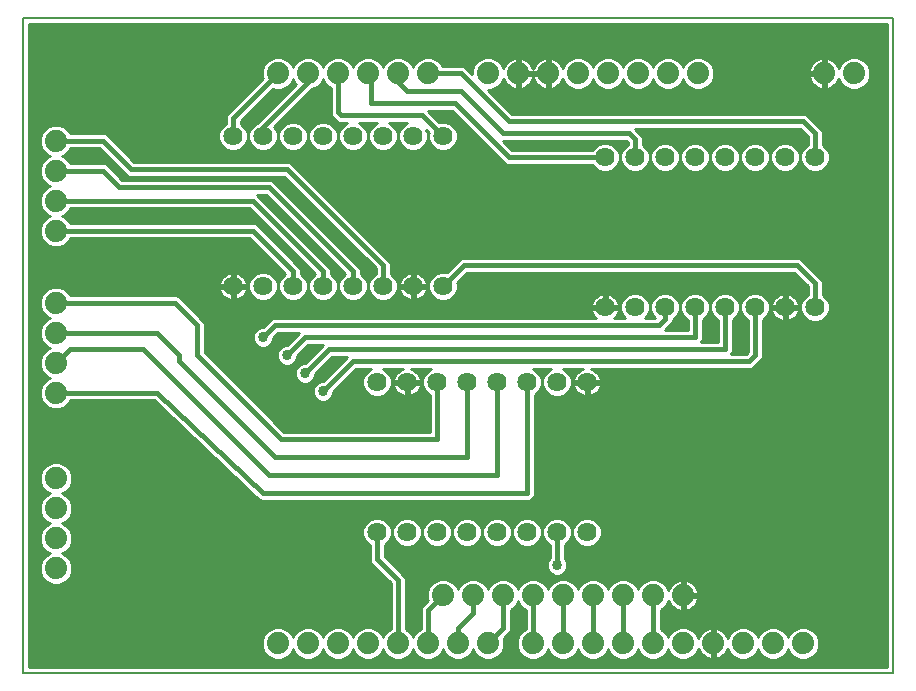
<source format=gtl>
G75*
%MOIN*%
%OFA0B0*%
%FSLAX25Y25*%
%IPPOS*%
%LPD*%
%AMOC8*
5,1,8,0,0,1.08239X$1,22.5*
%
%ADD10C,0.00800*%
%ADD11C,0.07400*%
%ADD12C,0.06400*%
%ADD13C,0.01000*%
%ADD14C,0.01600*%
%ADD15C,0.03378*%
D10*
X0034000Y0024000D02*
X0324000Y0024000D01*
X0324000Y0242500D01*
X0034000Y0242500D01*
X0034000Y0024000D01*
D11*
X0045000Y0059000D03*
X0045000Y0069000D03*
X0045000Y0079000D03*
X0045000Y0089000D03*
X0045000Y0117500D03*
X0045000Y0127500D03*
X0045000Y0137500D03*
X0045000Y0147500D03*
X0045000Y0171500D03*
X0045000Y0181500D03*
X0045000Y0191500D03*
X0045000Y0201500D03*
X0119000Y0224000D03*
X0129000Y0224000D03*
X0139000Y0224000D03*
X0149000Y0224000D03*
X0159000Y0224000D03*
X0169000Y0224000D03*
X0189000Y0224000D03*
X0199000Y0224000D03*
X0209000Y0224000D03*
X0219000Y0224000D03*
X0229000Y0224000D03*
X0239000Y0224000D03*
X0249000Y0224000D03*
X0259000Y0224000D03*
X0301000Y0224000D03*
X0311000Y0224000D03*
X0254000Y0050000D03*
X0244000Y0050000D03*
X0234000Y0050000D03*
X0224000Y0050000D03*
X0214000Y0050000D03*
X0204000Y0050000D03*
X0194000Y0050000D03*
X0184000Y0050000D03*
X0174000Y0050000D03*
X0169000Y0034000D03*
X0159000Y0034000D03*
X0149000Y0034000D03*
X0139000Y0034000D03*
X0129000Y0034000D03*
X0119000Y0034000D03*
X0179000Y0034000D03*
X0189000Y0034000D03*
X0204000Y0034000D03*
X0214000Y0034000D03*
X0224000Y0034000D03*
X0234000Y0034000D03*
X0244000Y0034000D03*
X0254000Y0034000D03*
X0264000Y0034000D03*
X0274000Y0034000D03*
X0284000Y0034000D03*
X0294000Y0034000D03*
D12*
X0222000Y0071000D03*
X0212000Y0071000D03*
X0202000Y0071000D03*
X0192000Y0071000D03*
X0182000Y0071000D03*
X0172000Y0071000D03*
X0162000Y0071000D03*
X0152000Y0071000D03*
X0152000Y0121000D03*
X0162000Y0121000D03*
X0172000Y0121000D03*
X0182000Y0121000D03*
X0192000Y0121000D03*
X0202000Y0121000D03*
X0212000Y0121000D03*
X0222000Y0121000D03*
X0228000Y0146000D03*
X0238000Y0146000D03*
X0248000Y0146000D03*
X0258000Y0146000D03*
X0268000Y0146000D03*
X0278000Y0146000D03*
X0288000Y0146000D03*
X0298000Y0146000D03*
X0298000Y0196000D03*
X0288000Y0196000D03*
X0278000Y0196000D03*
X0268000Y0196000D03*
X0258000Y0196000D03*
X0248000Y0196000D03*
X0238000Y0196000D03*
X0228000Y0196000D03*
X0174000Y0203000D03*
X0164000Y0203000D03*
X0154000Y0203000D03*
X0144000Y0203000D03*
X0134000Y0203000D03*
X0124000Y0203000D03*
X0114000Y0203000D03*
X0104000Y0203000D03*
X0104000Y0153000D03*
X0114000Y0153000D03*
X0124000Y0153000D03*
X0134000Y0153000D03*
X0144000Y0153000D03*
X0154000Y0153000D03*
X0164000Y0153000D03*
X0174000Y0153000D03*
D13*
X0169444Y0154805D02*
X0168355Y0154805D01*
X0168356Y0154804D02*
X0168020Y0155463D01*
X0167585Y0156062D01*
X0167062Y0156585D01*
X0166463Y0157020D01*
X0165804Y0157356D01*
X0165101Y0157584D01*
X0164500Y0157679D01*
X0164500Y0153500D01*
X0163500Y0153500D01*
X0163500Y0157679D01*
X0162899Y0157584D01*
X0162196Y0157356D01*
X0161537Y0157020D01*
X0160938Y0156585D01*
X0160415Y0156062D01*
X0159980Y0155463D01*
X0159644Y0154804D01*
X0159416Y0154101D01*
X0159321Y0153500D01*
X0163500Y0153500D01*
X0163500Y0152500D01*
X0159321Y0152500D01*
X0159416Y0151899D01*
X0159644Y0151196D01*
X0159980Y0150537D01*
X0160415Y0149938D01*
X0160938Y0149415D01*
X0161537Y0148980D01*
X0162196Y0148644D01*
X0162899Y0148416D01*
X0163500Y0148321D01*
X0163500Y0152500D01*
X0164500Y0152500D01*
X0164500Y0153500D01*
X0168679Y0153500D01*
X0168584Y0154101D01*
X0168356Y0154804D01*
X0168631Y0153806D02*
X0169100Y0153806D01*
X0169100Y0153975D02*
X0169100Y0152025D01*
X0169846Y0150224D01*
X0171224Y0148846D01*
X0173025Y0148100D01*
X0174975Y0148100D01*
X0176776Y0148846D01*
X0178154Y0150224D01*
X0178900Y0152025D01*
X0178900Y0153975D01*
X0178786Y0154250D01*
X0182036Y0157500D01*
X0290964Y0157500D01*
X0295500Y0152964D01*
X0295500Y0150268D01*
X0295224Y0150154D01*
X0293846Y0148776D01*
X0293100Y0146975D01*
X0293100Y0145025D01*
X0293846Y0143224D01*
X0295224Y0141846D01*
X0297025Y0141100D01*
X0298975Y0141100D01*
X0300776Y0141846D01*
X0302154Y0143224D01*
X0302900Y0145025D01*
X0302900Y0146975D01*
X0302154Y0148776D01*
X0300776Y0150154D01*
X0300500Y0150268D01*
X0300500Y0154497D01*
X0300119Y0155416D01*
X0299416Y0156119D01*
X0293416Y0162119D01*
X0292497Y0162500D01*
X0180503Y0162500D01*
X0179584Y0162119D01*
X0178881Y0161416D01*
X0175250Y0157786D01*
X0174975Y0157900D01*
X0173025Y0157900D01*
X0171224Y0157154D01*
X0169846Y0155776D01*
X0169100Y0153975D01*
X0169100Y0152808D02*
X0164500Y0152808D01*
X0164500Y0152500D02*
X0168679Y0152500D01*
X0168584Y0151899D01*
X0168356Y0151196D01*
X0168020Y0150537D01*
X0167585Y0149938D01*
X0167062Y0149415D01*
X0166463Y0148980D01*
X0165804Y0148644D01*
X0165101Y0148416D01*
X0164500Y0148321D01*
X0164500Y0152500D01*
X0164500Y0151809D02*
X0163500Y0151809D01*
X0163500Y0150811D02*
X0164500Y0150811D01*
X0164500Y0149812D02*
X0163500Y0149812D01*
X0163500Y0148814D02*
X0164500Y0148814D01*
X0166137Y0148814D02*
X0171302Y0148814D01*
X0170258Y0149812D02*
X0167459Y0149812D01*
X0168160Y0150811D02*
X0169603Y0150811D01*
X0169189Y0151809D02*
X0168555Y0151809D01*
X0164500Y0153806D02*
X0163500Y0153806D01*
X0163500Y0152808D02*
X0158900Y0152808D01*
X0158900Y0152025D02*
X0158900Y0153975D01*
X0158154Y0155776D01*
X0156776Y0157154D01*
X0156500Y0157268D01*
X0156500Y0160497D01*
X0156119Y0161416D01*
X0155416Y0162119D01*
X0123416Y0194119D01*
X0122497Y0194500D01*
X0071036Y0194500D01*
X0061916Y0203619D01*
X0060997Y0204000D01*
X0049809Y0204000D01*
X0049578Y0204559D01*
X0048059Y0206078D01*
X0046074Y0206900D01*
X0043926Y0206900D01*
X0041941Y0206078D01*
X0040422Y0204559D01*
X0039600Y0202574D01*
X0039600Y0200426D01*
X0040422Y0198441D01*
X0041941Y0196922D01*
X0042960Y0196500D01*
X0041941Y0196078D01*
X0040422Y0194559D01*
X0039600Y0192574D01*
X0039600Y0190426D01*
X0040422Y0188441D01*
X0041941Y0186922D01*
X0042960Y0186500D01*
X0041941Y0186078D01*
X0040422Y0184559D01*
X0039600Y0182574D01*
X0039600Y0180426D01*
X0040422Y0178441D01*
X0041941Y0176922D01*
X0042960Y0176500D01*
X0041941Y0176078D01*
X0040422Y0174559D01*
X0039600Y0172574D01*
X0039600Y0170426D01*
X0040422Y0168441D01*
X0041941Y0166922D01*
X0043926Y0166100D01*
X0046074Y0166100D01*
X0048059Y0166922D01*
X0049578Y0168441D01*
X0049809Y0169000D01*
X0109464Y0169000D01*
X0121285Y0157179D01*
X0121224Y0157154D01*
X0119846Y0155776D01*
X0119100Y0153975D01*
X0119100Y0152025D01*
X0119846Y0150224D01*
X0121224Y0148846D01*
X0123025Y0148100D01*
X0124975Y0148100D01*
X0126776Y0148846D01*
X0128154Y0150224D01*
X0128900Y0152025D01*
X0128900Y0153975D01*
X0128154Y0155776D01*
X0126776Y0157154D01*
X0126500Y0157268D01*
X0126500Y0158497D01*
X0126119Y0159416D01*
X0111916Y0173619D01*
X0110997Y0174000D01*
X0049809Y0174000D01*
X0049578Y0174559D01*
X0048059Y0176078D01*
X0047040Y0176500D01*
X0048059Y0176922D01*
X0049578Y0178441D01*
X0049809Y0179000D01*
X0109464Y0179000D01*
X0131285Y0157179D01*
X0131224Y0157154D01*
X0129846Y0155776D01*
X0129100Y0153975D01*
X0129100Y0152025D01*
X0129846Y0150224D01*
X0131224Y0148846D01*
X0133025Y0148100D01*
X0134975Y0148100D01*
X0136776Y0148846D01*
X0138154Y0150224D01*
X0138900Y0152025D01*
X0138900Y0153975D01*
X0138154Y0155776D01*
X0136776Y0157154D01*
X0136500Y0157268D01*
X0136500Y0158497D01*
X0136119Y0159416D01*
X0135416Y0160119D01*
X0112036Y0183500D01*
X0114964Y0183500D01*
X0141285Y0157179D01*
X0141224Y0157154D01*
X0139846Y0155776D01*
X0139100Y0153975D01*
X0139100Y0152025D01*
X0139846Y0150224D01*
X0141224Y0148846D01*
X0143025Y0148100D01*
X0144975Y0148100D01*
X0146776Y0148846D01*
X0148154Y0150224D01*
X0148900Y0152025D01*
X0148900Y0153975D01*
X0148154Y0155776D01*
X0146776Y0157154D01*
X0146500Y0157268D01*
X0146500Y0158497D01*
X0146119Y0159416D01*
X0145416Y0160119D01*
X0117416Y0188119D01*
X0116497Y0188500D01*
X0067036Y0188500D01*
X0061916Y0193619D01*
X0060997Y0194000D01*
X0049809Y0194000D01*
X0049578Y0194559D01*
X0048059Y0196078D01*
X0047040Y0196500D01*
X0048059Y0196922D01*
X0049578Y0198441D01*
X0049809Y0199000D01*
X0059464Y0199000D01*
X0067881Y0190584D01*
X0068584Y0189881D01*
X0069503Y0189500D01*
X0120964Y0189500D01*
X0151500Y0158964D01*
X0151500Y0157268D01*
X0151224Y0157154D01*
X0149846Y0155776D01*
X0149100Y0153975D01*
X0149100Y0152025D01*
X0149846Y0150224D01*
X0151224Y0148846D01*
X0153025Y0148100D01*
X0154975Y0148100D01*
X0156776Y0148846D01*
X0158154Y0150224D01*
X0158900Y0152025D01*
X0158811Y0151809D02*
X0159445Y0151809D01*
X0159840Y0150811D02*
X0158397Y0150811D01*
X0157742Y0149812D02*
X0160541Y0149812D01*
X0161863Y0148814D02*
X0156698Y0148814D01*
X0151302Y0148814D02*
X0146698Y0148814D01*
X0147742Y0149812D02*
X0150258Y0149812D01*
X0149603Y0150811D02*
X0148397Y0150811D01*
X0148811Y0151809D02*
X0149189Y0151809D01*
X0149100Y0152808D02*
X0148900Y0152808D01*
X0148900Y0153806D02*
X0149100Y0153806D01*
X0149444Y0154805D02*
X0148556Y0154805D01*
X0148126Y0155803D02*
X0149874Y0155803D01*
X0150872Y0156802D02*
X0147128Y0156802D01*
X0146500Y0157801D02*
X0151500Y0157801D01*
X0151500Y0158799D02*
X0146375Y0158799D01*
X0145738Y0159798D02*
X0150667Y0159798D01*
X0149668Y0160796D02*
X0144739Y0160796D01*
X0143741Y0161795D02*
X0148670Y0161795D01*
X0147671Y0162793D02*
X0142742Y0162793D01*
X0141744Y0163792D02*
X0146673Y0163792D01*
X0145674Y0164790D02*
X0140745Y0164790D01*
X0139747Y0165789D02*
X0144676Y0165789D01*
X0143677Y0166787D02*
X0138748Y0166787D01*
X0137750Y0167786D02*
X0142679Y0167786D01*
X0141680Y0168784D02*
X0136751Y0168784D01*
X0135753Y0169783D02*
X0140682Y0169783D01*
X0139683Y0170781D02*
X0134754Y0170781D01*
X0133756Y0171780D02*
X0138685Y0171780D01*
X0137686Y0172778D02*
X0132757Y0172778D01*
X0131759Y0173777D02*
X0136688Y0173777D01*
X0135689Y0174775D02*
X0130760Y0174775D01*
X0129762Y0175774D02*
X0134691Y0175774D01*
X0133692Y0176772D02*
X0128763Y0176772D01*
X0127765Y0177771D02*
X0132694Y0177771D01*
X0131695Y0178769D02*
X0126766Y0178769D01*
X0125768Y0179768D02*
X0130697Y0179768D01*
X0129698Y0180766D02*
X0124769Y0180766D01*
X0123771Y0181765D02*
X0128700Y0181765D01*
X0127701Y0182763D02*
X0122772Y0182763D01*
X0121774Y0183762D02*
X0126703Y0183762D01*
X0125704Y0184760D02*
X0120775Y0184760D01*
X0119777Y0185759D02*
X0124706Y0185759D01*
X0123707Y0186757D02*
X0118778Y0186757D01*
X0117780Y0187756D02*
X0122709Y0187756D01*
X0121710Y0188754D02*
X0066781Y0188754D01*
X0065783Y0189753D02*
X0068892Y0189753D01*
X0067713Y0190751D02*
X0064784Y0190751D01*
X0063786Y0191750D02*
X0066715Y0191750D01*
X0065716Y0192748D02*
X0062787Y0192748D01*
X0061608Y0193747D02*
X0064718Y0193747D01*
X0063719Y0194745D02*
X0049391Y0194745D01*
X0048393Y0195744D02*
X0062721Y0195744D01*
X0061722Y0196742D02*
X0047625Y0196742D01*
X0048878Y0197741D02*
X0060723Y0197741D01*
X0059725Y0198739D02*
X0049701Y0198739D01*
X0042375Y0196742D02*
X0036100Y0196742D01*
X0036100Y0195744D02*
X0041607Y0195744D01*
X0040609Y0194745D02*
X0036100Y0194745D01*
X0036100Y0193747D02*
X0040086Y0193747D01*
X0039672Y0192748D02*
X0036100Y0192748D01*
X0036100Y0191750D02*
X0039600Y0191750D01*
X0039600Y0190751D02*
X0036100Y0190751D01*
X0036100Y0189753D02*
X0039879Y0189753D01*
X0040292Y0188754D02*
X0036100Y0188754D01*
X0036100Y0187756D02*
X0041107Y0187756D01*
X0042339Y0186757D02*
X0036100Y0186757D01*
X0036100Y0185759D02*
X0041622Y0185759D01*
X0040624Y0184760D02*
X0036100Y0184760D01*
X0036100Y0183762D02*
X0040092Y0183762D01*
X0039678Y0182763D02*
X0036100Y0182763D01*
X0036100Y0181765D02*
X0039600Y0181765D01*
X0039600Y0180766D02*
X0036100Y0180766D01*
X0036100Y0179768D02*
X0039873Y0179768D01*
X0040286Y0178769D02*
X0036100Y0178769D01*
X0036100Y0177771D02*
X0041092Y0177771D01*
X0042303Y0176772D02*
X0036100Y0176772D01*
X0036100Y0175774D02*
X0041637Y0175774D01*
X0040638Y0174775D02*
X0036100Y0174775D01*
X0036100Y0173777D02*
X0040098Y0173777D01*
X0039685Y0172778D02*
X0036100Y0172778D01*
X0036100Y0171780D02*
X0039600Y0171780D01*
X0039600Y0170781D02*
X0036100Y0170781D01*
X0036100Y0169783D02*
X0039866Y0169783D01*
X0040280Y0168784D02*
X0036100Y0168784D01*
X0036100Y0167786D02*
X0041078Y0167786D01*
X0042267Y0166787D02*
X0036100Y0166787D01*
X0036100Y0165789D02*
X0112676Y0165789D01*
X0111677Y0166787D02*
X0047733Y0166787D01*
X0048922Y0167786D02*
X0110679Y0167786D01*
X0109680Y0168784D02*
X0049720Y0168784D01*
X0049362Y0174775D02*
X0113689Y0174775D01*
X0112691Y0175774D02*
X0048363Y0175774D01*
X0047697Y0176772D02*
X0111692Y0176772D01*
X0110694Y0177771D02*
X0048907Y0177771D01*
X0049714Y0178769D02*
X0109695Y0178769D01*
X0113771Y0181765D02*
X0116700Y0181765D01*
X0117698Y0180766D02*
X0114769Y0180766D01*
X0115768Y0179768D02*
X0118697Y0179768D01*
X0119695Y0178769D02*
X0116766Y0178769D01*
X0117765Y0177771D02*
X0120694Y0177771D01*
X0121692Y0176772D02*
X0118763Y0176772D01*
X0119762Y0175774D02*
X0122691Y0175774D01*
X0123689Y0174775D02*
X0120760Y0174775D01*
X0121759Y0173777D02*
X0124688Y0173777D01*
X0125686Y0172778D02*
X0122757Y0172778D01*
X0123756Y0171780D02*
X0126685Y0171780D01*
X0127683Y0170781D02*
X0124754Y0170781D01*
X0125753Y0169783D02*
X0128682Y0169783D01*
X0129680Y0168784D02*
X0126751Y0168784D01*
X0127750Y0167786D02*
X0130679Y0167786D01*
X0131677Y0166787D02*
X0128748Y0166787D01*
X0129747Y0165789D02*
X0132676Y0165789D01*
X0133674Y0164790D02*
X0130745Y0164790D01*
X0131744Y0163792D02*
X0134673Y0163792D01*
X0135671Y0162793D02*
X0132742Y0162793D01*
X0133741Y0161795D02*
X0136670Y0161795D01*
X0137668Y0160796D02*
X0134739Y0160796D01*
X0135738Y0159798D02*
X0138667Y0159798D01*
X0139665Y0158799D02*
X0136375Y0158799D01*
X0136500Y0157801D02*
X0140664Y0157801D01*
X0140872Y0156802D02*
X0137128Y0156802D01*
X0138126Y0155803D02*
X0139874Y0155803D01*
X0139444Y0154805D02*
X0138556Y0154805D01*
X0138900Y0153806D02*
X0139100Y0153806D01*
X0139100Y0152808D02*
X0138900Y0152808D01*
X0138811Y0151809D02*
X0139189Y0151809D01*
X0139603Y0150811D02*
X0138397Y0150811D01*
X0137742Y0149812D02*
X0140258Y0149812D01*
X0141302Y0148814D02*
X0136698Y0148814D01*
X0131302Y0148814D02*
X0126698Y0148814D01*
X0127742Y0149812D02*
X0130258Y0149812D01*
X0129603Y0150811D02*
X0128397Y0150811D01*
X0128811Y0151809D02*
X0129189Y0151809D01*
X0129100Y0152808D02*
X0128900Y0152808D01*
X0128900Y0153806D02*
X0129100Y0153806D01*
X0129444Y0154805D02*
X0128556Y0154805D01*
X0128126Y0155803D02*
X0129874Y0155803D01*
X0130872Y0156802D02*
X0127128Y0156802D01*
X0126500Y0157801D02*
X0130664Y0157801D01*
X0129665Y0158799D02*
X0126375Y0158799D01*
X0125738Y0159798D02*
X0128667Y0159798D01*
X0127668Y0160796D02*
X0124739Y0160796D01*
X0123741Y0161795D02*
X0126670Y0161795D01*
X0125671Y0162793D02*
X0122742Y0162793D01*
X0121744Y0163792D02*
X0124673Y0163792D01*
X0123674Y0164790D02*
X0120745Y0164790D01*
X0119747Y0165789D02*
X0122676Y0165789D01*
X0121677Y0166787D02*
X0118748Y0166787D01*
X0117750Y0167786D02*
X0120679Y0167786D01*
X0119680Y0168784D02*
X0116751Y0168784D01*
X0115753Y0169783D02*
X0118682Y0169783D01*
X0117683Y0170781D02*
X0114754Y0170781D01*
X0113756Y0171780D02*
X0116685Y0171780D01*
X0115686Y0172778D02*
X0112757Y0172778D01*
X0111536Y0173777D02*
X0114688Y0173777D01*
X0115701Y0182763D02*
X0112772Y0182763D01*
X0125786Y0191750D02*
X0225456Y0191750D01*
X0225224Y0191846D02*
X0227025Y0191100D01*
X0228975Y0191100D01*
X0230776Y0191846D01*
X0232154Y0193224D01*
X0232900Y0195025D01*
X0232900Y0196975D01*
X0232154Y0198776D01*
X0230776Y0200154D01*
X0228975Y0200900D01*
X0227025Y0200900D01*
X0225224Y0200154D01*
X0223846Y0198776D01*
X0223732Y0198500D01*
X0197036Y0198500D01*
X0194036Y0201500D01*
X0234964Y0201500D01*
X0235500Y0200964D01*
X0235500Y0200268D01*
X0235224Y0200154D01*
X0233846Y0198776D01*
X0233100Y0196975D01*
X0233100Y0195025D01*
X0233846Y0193224D01*
X0235224Y0191846D01*
X0237025Y0191100D01*
X0238975Y0191100D01*
X0240776Y0191846D01*
X0242154Y0193224D01*
X0242900Y0195025D01*
X0242900Y0196975D01*
X0242154Y0198776D01*
X0240776Y0200154D01*
X0240500Y0200268D01*
X0240500Y0202497D01*
X0240119Y0203416D01*
X0239416Y0204119D01*
X0238036Y0205500D01*
X0292964Y0205500D01*
X0295500Y0202964D01*
X0295500Y0200268D01*
X0295224Y0200154D01*
X0293846Y0198776D01*
X0293100Y0196975D01*
X0293100Y0195025D01*
X0293846Y0193224D01*
X0295224Y0191846D01*
X0297025Y0191100D01*
X0298975Y0191100D01*
X0300776Y0191846D01*
X0302154Y0193224D01*
X0302900Y0195025D01*
X0302900Y0196975D01*
X0302154Y0198776D01*
X0300776Y0200154D01*
X0300500Y0200268D01*
X0300500Y0204497D01*
X0300119Y0205416D01*
X0299416Y0206119D01*
X0296119Y0209416D01*
X0295416Y0210119D01*
X0294497Y0210500D01*
X0197036Y0210500D01*
X0188936Y0218600D01*
X0190074Y0218600D01*
X0192059Y0219422D01*
X0193578Y0220941D01*
X0194109Y0222224D01*
X0194181Y0222004D01*
X0194553Y0221275D01*
X0195034Y0220612D01*
X0195612Y0220034D01*
X0196275Y0219553D01*
X0197004Y0219181D01*
X0197782Y0218928D01*
X0198500Y0218814D01*
X0198500Y0223500D01*
X0199500Y0223500D01*
X0199500Y0224500D01*
X0198500Y0224500D01*
X0198500Y0229186D01*
X0197782Y0229072D01*
X0197004Y0228819D01*
X0196275Y0228447D01*
X0195612Y0227966D01*
X0195034Y0227388D01*
X0194553Y0226725D01*
X0194181Y0225996D01*
X0194109Y0225776D01*
X0193578Y0227059D01*
X0192059Y0228578D01*
X0190074Y0229400D01*
X0187926Y0229400D01*
X0185941Y0228578D01*
X0184422Y0227059D01*
X0183600Y0225074D01*
X0183600Y0223936D01*
X0181416Y0226119D01*
X0180497Y0226500D01*
X0173809Y0226500D01*
X0173578Y0227059D01*
X0172059Y0228578D01*
X0170074Y0229400D01*
X0167926Y0229400D01*
X0165941Y0228578D01*
X0164422Y0227059D01*
X0164000Y0226040D01*
X0163578Y0227059D01*
X0162059Y0228578D01*
X0160074Y0229400D01*
X0157926Y0229400D01*
X0155941Y0228578D01*
X0154422Y0227059D01*
X0154000Y0226040D01*
X0153578Y0227059D01*
X0152059Y0228578D01*
X0150074Y0229400D01*
X0147926Y0229400D01*
X0145941Y0228578D01*
X0144422Y0227059D01*
X0144000Y0226040D01*
X0143578Y0227059D01*
X0142059Y0228578D01*
X0140074Y0229400D01*
X0137926Y0229400D01*
X0135941Y0228578D01*
X0134422Y0227059D01*
X0134000Y0226040D01*
X0133578Y0227059D01*
X0132059Y0228578D01*
X0130074Y0229400D01*
X0127926Y0229400D01*
X0125941Y0228578D01*
X0124422Y0227059D01*
X0124000Y0226040D01*
X0123578Y0227059D01*
X0122059Y0228578D01*
X0120074Y0229400D01*
X0117926Y0229400D01*
X0115941Y0228578D01*
X0114422Y0227059D01*
X0113600Y0225074D01*
X0113600Y0222926D01*
X0113831Y0222367D01*
X0101881Y0210416D01*
X0101500Y0209497D01*
X0101500Y0207268D01*
X0101224Y0207154D01*
X0099846Y0205776D01*
X0099100Y0203975D01*
X0099100Y0202025D01*
X0099846Y0200224D01*
X0101224Y0198846D01*
X0103025Y0198100D01*
X0104975Y0198100D01*
X0106776Y0198846D01*
X0108154Y0200224D01*
X0108900Y0202025D01*
X0108900Y0203975D01*
X0108154Y0205776D01*
X0106776Y0207154D01*
X0106500Y0207268D01*
X0106500Y0207964D01*
X0117367Y0218831D01*
X0117926Y0218600D01*
X0120074Y0218600D01*
X0122059Y0219422D01*
X0123578Y0220941D01*
X0124000Y0221960D01*
X0124422Y0220941D01*
X0124914Y0220449D01*
X0111897Y0207433D01*
X0111224Y0207154D01*
X0109846Y0205776D01*
X0109100Y0203975D01*
X0109100Y0202025D01*
X0109846Y0200224D01*
X0111224Y0198846D01*
X0113025Y0198100D01*
X0114975Y0198100D01*
X0116776Y0198846D01*
X0118154Y0200224D01*
X0118900Y0202025D01*
X0118900Y0203975D01*
X0118154Y0205776D01*
X0117733Y0206197D01*
X0130179Y0218643D01*
X0132059Y0219422D01*
X0133578Y0220941D01*
X0134000Y0221960D01*
X0134422Y0220941D01*
X0135941Y0219422D01*
X0136500Y0219191D01*
X0136500Y0210503D01*
X0136881Y0209584D01*
X0137584Y0208881D01*
X0138584Y0207881D01*
X0139503Y0207500D01*
X0142060Y0207500D01*
X0141224Y0207154D01*
X0139846Y0205776D01*
X0139100Y0203975D01*
X0139100Y0202025D01*
X0139846Y0200224D01*
X0141224Y0198846D01*
X0143025Y0198100D01*
X0144975Y0198100D01*
X0146776Y0198846D01*
X0148154Y0200224D01*
X0148900Y0202025D01*
X0148900Y0203975D01*
X0148154Y0205776D01*
X0146776Y0207154D01*
X0145940Y0207500D01*
X0152060Y0207500D01*
X0151224Y0207154D01*
X0149846Y0205776D01*
X0149100Y0203975D01*
X0149100Y0202025D01*
X0149846Y0200224D01*
X0151224Y0198846D01*
X0153025Y0198100D01*
X0154975Y0198100D01*
X0156776Y0198846D01*
X0158154Y0200224D01*
X0158900Y0202025D01*
X0158900Y0203975D01*
X0158154Y0205776D01*
X0156776Y0207154D01*
X0155940Y0207500D01*
X0162060Y0207500D01*
X0161224Y0207154D01*
X0159846Y0205776D01*
X0159100Y0203975D01*
X0159100Y0202025D01*
X0159846Y0200224D01*
X0161224Y0198846D01*
X0163025Y0198100D01*
X0164975Y0198100D01*
X0166776Y0198846D01*
X0168154Y0200224D01*
X0168900Y0202025D01*
X0168900Y0203975D01*
X0168483Y0204982D01*
X0169214Y0204250D01*
X0169100Y0203975D01*
X0169100Y0202025D01*
X0169846Y0200224D01*
X0171224Y0198846D01*
X0173025Y0198100D01*
X0174975Y0198100D01*
X0176776Y0198846D01*
X0178154Y0200224D01*
X0178900Y0202025D01*
X0178900Y0203975D01*
X0178154Y0205776D01*
X0176776Y0207154D01*
X0174975Y0207900D01*
X0173025Y0207900D01*
X0172750Y0207786D01*
X0169119Y0211416D01*
X0169036Y0211500D01*
X0176964Y0211500D01*
X0193881Y0194584D01*
X0194584Y0193881D01*
X0195503Y0193500D01*
X0223732Y0193500D01*
X0223846Y0193224D01*
X0225224Y0191846D01*
X0224322Y0192748D02*
X0124787Y0192748D01*
X0123789Y0193747D02*
X0194907Y0193747D01*
X0193719Y0194745D02*
X0070790Y0194745D01*
X0069792Y0195744D02*
X0192721Y0195744D01*
X0191722Y0196742D02*
X0068793Y0196742D01*
X0067795Y0197741D02*
X0190723Y0197741D01*
X0189725Y0198739D02*
X0176519Y0198739D01*
X0177668Y0199738D02*
X0188726Y0199738D01*
X0187728Y0200737D02*
X0178366Y0200737D01*
X0178780Y0201735D02*
X0186729Y0201735D01*
X0185731Y0202734D02*
X0178900Y0202734D01*
X0178900Y0203732D02*
X0184732Y0203732D01*
X0183734Y0204731D02*
X0178587Y0204731D01*
X0178173Y0205729D02*
X0182735Y0205729D01*
X0181737Y0206728D02*
X0177202Y0206728D01*
X0175395Y0207726D02*
X0180738Y0207726D01*
X0179740Y0208725D02*
X0171811Y0208725D01*
X0170812Y0209723D02*
X0178741Y0209723D01*
X0177743Y0210722D02*
X0169814Y0210722D01*
X0168734Y0204731D02*
X0168587Y0204731D01*
X0168900Y0203732D02*
X0169100Y0203732D01*
X0169100Y0202734D02*
X0168900Y0202734D01*
X0168780Y0201735D02*
X0169220Y0201735D01*
X0169634Y0200737D02*
X0168366Y0200737D01*
X0167668Y0199738D02*
X0170332Y0199738D01*
X0171481Y0198739D02*
X0166519Y0198739D01*
X0161481Y0198739D02*
X0156519Y0198739D01*
X0157668Y0199738D02*
X0160332Y0199738D01*
X0159634Y0200737D02*
X0158366Y0200737D01*
X0158780Y0201735D02*
X0159220Y0201735D01*
X0159100Y0202734D02*
X0158900Y0202734D01*
X0158900Y0203732D02*
X0159100Y0203732D01*
X0159413Y0204731D02*
X0158587Y0204731D01*
X0158173Y0205729D02*
X0159827Y0205729D01*
X0160798Y0206728D02*
X0157202Y0206728D01*
X0150798Y0206728D02*
X0147202Y0206728D01*
X0148173Y0205729D02*
X0149827Y0205729D01*
X0149413Y0204731D02*
X0148587Y0204731D01*
X0148900Y0203732D02*
X0149100Y0203732D01*
X0149100Y0202734D02*
X0148900Y0202734D01*
X0148780Y0201735D02*
X0149220Y0201735D01*
X0149634Y0200737D02*
X0148366Y0200737D01*
X0147668Y0199738D02*
X0150332Y0199738D01*
X0151481Y0198739D02*
X0146519Y0198739D01*
X0141481Y0198739D02*
X0136519Y0198739D01*
X0136776Y0198846D02*
X0138154Y0200224D01*
X0138900Y0202025D01*
X0138900Y0203975D01*
X0138154Y0205776D01*
X0136776Y0207154D01*
X0134975Y0207900D01*
X0133025Y0207900D01*
X0131224Y0207154D01*
X0129846Y0205776D01*
X0129100Y0203975D01*
X0129100Y0202025D01*
X0129846Y0200224D01*
X0131224Y0198846D01*
X0133025Y0198100D01*
X0134975Y0198100D01*
X0136776Y0198846D01*
X0137668Y0199738D02*
X0140332Y0199738D01*
X0139634Y0200737D02*
X0138366Y0200737D01*
X0138780Y0201735D02*
X0139220Y0201735D01*
X0139100Y0202734D02*
X0138900Y0202734D01*
X0138900Y0203732D02*
X0139100Y0203732D01*
X0139413Y0204731D02*
X0138587Y0204731D01*
X0138173Y0205729D02*
X0139827Y0205729D01*
X0140798Y0206728D02*
X0137202Y0206728D01*
X0138957Y0207726D02*
X0135395Y0207726D01*
X0136823Y0209723D02*
X0121259Y0209723D01*
X0122257Y0210722D02*
X0136500Y0210722D01*
X0136500Y0211720D02*
X0123256Y0211720D01*
X0124254Y0212719D02*
X0136500Y0212719D01*
X0136500Y0213717D02*
X0125253Y0213717D01*
X0126251Y0214716D02*
X0136500Y0214716D01*
X0136500Y0215714D02*
X0127250Y0215714D01*
X0128248Y0216713D02*
X0136500Y0216713D01*
X0136500Y0217711D02*
X0129247Y0217711D01*
X0130339Y0218710D02*
X0136500Y0218710D01*
X0135655Y0219708D02*
X0132345Y0219708D01*
X0133343Y0220707D02*
X0134657Y0220707D01*
X0134106Y0221705D02*
X0133894Y0221705D01*
X0133727Y0226698D02*
X0134273Y0226698D01*
X0135060Y0227696D02*
X0132940Y0227696D01*
X0131777Y0228695D02*
X0136223Y0228695D01*
X0141777Y0228695D02*
X0146223Y0228695D01*
X0145060Y0227696D02*
X0142940Y0227696D01*
X0143727Y0226698D02*
X0144273Y0226698D01*
X0151777Y0228695D02*
X0156223Y0228695D01*
X0155060Y0227696D02*
X0152940Y0227696D01*
X0153727Y0226698D02*
X0154273Y0226698D01*
X0161777Y0228695D02*
X0166223Y0228695D01*
X0165060Y0227696D02*
X0162940Y0227696D01*
X0163727Y0226698D02*
X0164273Y0226698D01*
X0171777Y0228695D02*
X0186223Y0228695D01*
X0185060Y0227696D02*
X0172940Y0227696D01*
X0173727Y0226698D02*
X0184273Y0226698D01*
X0183859Y0225699D02*
X0181836Y0225699D01*
X0182835Y0224701D02*
X0183600Y0224701D01*
X0191777Y0228695D02*
X0196760Y0228695D01*
X0195342Y0227696D02*
X0192940Y0227696D01*
X0193727Y0226698D02*
X0194539Y0226698D01*
X0198500Y0226698D02*
X0199500Y0226698D01*
X0199500Y0227696D02*
X0198500Y0227696D01*
X0198500Y0228695D02*
X0199500Y0228695D01*
X0199500Y0229186D02*
X0199500Y0224500D01*
X0204186Y0224500D01*
X0208500Y0224500D01*
X0208500Y0229186D01*
X0207782Y0229072D01*
X0207004Y0228819D01*
X0206275Y0228447D01*
X0205612Y0227966D01*
X0205034Y0227388D01*
X0204553Y0226725D01*
X0204181Y0225996D01*
X0204000Y0225439D01*
X0203819Y0225996D01*
X0203447Y0226725D01*
X0202966Y0227388D01*
X0202388Y0227966D01*
X0201725Y0228447D01*
X0200996Y0228819D01*
X0200218Y0229072D01*
X0199500Y0229186D01*
X0201240Y0228695D02*
X0206760Y0228695D01*
X0205342Y0227696D02*
X0202658Y0227696D01*
X0203461Y0226698D02*
X0204539Y0226698D01*
X0204085Y0225699D02*
X0203915Y0225699D01*
X0204000Y0222561D02*
X0204181Y0222004D01*
X0204553Y0221275D01*
X0205034Y0220612D01*
X0205612Y0220034D01*
X0206275Y0219553D01*
X0207004Y0219181D01*
X0207782Y0218928D01*
X0208500Y0218814D01*
X0208500Y0223500D01*
X0209500Y0223500D01*
X0209500Y0218814D01*
X0210218Y0218928D01*
X0210996Y0219181D01*
X0211725Y0219553D01*
X0212388Y0220034D01*
X0212966Y0220612D01*
X0213447Y0221275D01*
X0213819Y0222004D01*
X0213891Y0222224D01*
X0214422Y0220941D01*
X0215941Y0219422D01*
X0217926Y0218600D01*
X0220074Y0218600D01*
X0222059Y0219422D01*
X0223578Y0220941D01*
X0224000Y0221960D01*
X0224422Y0220941D01*
X0225941Y0219422D01*
X0227926Y0218600D01*
X0230074Y0218600D01*
X0232059Y0219422D01*
X0233578Y0220941D01*
X0234000Y0221960D01*
X0234422Y0220941D01*
X0235941Y0219422D01*
X0237926Y0218600D01*
X0240074Y0218600D01*
X0242059Y0219422D01*
X0243578Y0220941D01*
X0244000Y0221960D01*
X0244422Y0220941D01*
X0245941Y0219422D01*
X0247926Y0218600D01*
X0250074Y0218600D01*
X0252059Y0219422D01*
X0253578Y0220941D01*
X0254000Y0221960D01*
X0254422Y0220941D01*
X0255941Y0219422D01*
X0257926Y0218600D01*
X0260074Y0218600D01*
X0262059Y0219422D01*
X0263578Y0220941D01*
X0264400Y0222926D01*
X0264400Y0225074D01*
X0263578Y0227059D01*
X0262059Y0228578D01*
X0260074Y0229400D01*
X0257926Y0229400D01*
X0255941Y0228578D01*
X0254422Y0227059D01*
X0254000Y0226040D01*
X0253578Y0227059D01*
X0252059Y0228578D01*
X0250074Y0229400D01*
X0247926Y0229400D01*
X0245941Y0228578D01*
X0244422Y0227059D01*
X0244000Y0226040D01*
X0243578Y0227059D01*
X0242059Y0228578D01*
X0240074Y0229400D01*
X0237926Y0229400D01*
X0235941Y0228578D01*
X0234422Y0227059D01*
X0234000Y0226040D01*
X0233578Y0227059D01*
X0232059Y0228578D01*
X0230074Y0229400D01*
X0227926Y0229400D01*
X0225941Y0228578D01*
X0224422Y0227059D01*
X0224000Y0226040D01*
X0223578Y0227059D01*
X0222059Y0228578D01*
X0220074Y0229400D01*
X0217926Y0229400D01*
X0215941Y0228578D01*
X0214422Y0227059D01*
X0213891Y0225776D01*
X0213819Y0225996D01*
X0213447Y0226725D01*
X0212966Y0227388D01*
X0212388Y0227966D01*
X0211725Y0228447D01*
X0210996Y0228819D01*
X0210218Y0229072D01*
X0209500Y0229186D01*
X0209500Y0224500D01*
X0208500Y0224500D01*
X0208500Y0223500D01*
X0199500Y0223500D01*
X0199500Y0218814D01*
X0200218Y0218928D01*
X0200996Y0219181D01*
X0201725Y0219553D01*
X0202388Y0220034D01*
X0202966Y0220612D01*
X0203447Y0221275D01*
X0203819Y0222004D01*
X0204000Y0222561D01*
X0203667Y0221705D02*
X0204333Y0221705D01*
X0204965Y0220707D02*
X0203035Y0220707D01*
X0201940Y0219708D02*
X0206060Y0219708D01*
X0208500Y0219708D02*
X0209500Y0219708D01*
X0209500Y0220707D02*
X0208500Y0220707D01*
X0208500Y0221705D02*
X0209500Y0221705D01*
X0209500Y0222704D02*
X0208500Y0222704D01*
X0208500Y0223702D02*
X0199500Y0223702D01*
X0199500Y0222704D02*
X0198500Y0222704D01*
X0198500Y0221705D02*
X0199500Y0221705D01*
X0199500Y0220707D02*
X0198500Y0220707D01*
X0198500Y0219708D02*
X0199500Y0219708D01*
X0196060Y0219708D02*
X0192345Y0219708D01*
X0193343Y0220707D02*
X0194965Y0220707D01*
X0194333Y0221705D02*
X0193894Y0221705D01*
X0190339Y0218710D02*
X0217661Y0218710D01*
X0215655Y0219708D02*
X0211940Y0219708D01*
X0213035Y0220707D02*
X0214657Y0220707D01*
X0214106Y0221705D02*
X0213667Y0221705D01*
X0213461Y0226698D02*
X0214273Y0226698D01*
X0215060Y0227696D02*
X0212658Y0227696D01*
X0211240Y0228695D02*
X0216223Y0228695D01*
X0221777Y0228695D02*
X0226223Y0228695D01*
X0225060Y0227696D02*
X0222940Y0227696D01*
X0223727Y0226698D02*
X0224273Y0226698D01*
X0224106Y0221705D02*
X0223894Y0221705D01*
X0223343Y0220707D02*
X0224657Y0220707D01*
X0225655Y0219708D02*
X0222345Y0219708D01*
X0220339Y0218710D02*
X0227661Y0218710D01*
X0230339Y0218710D02*
X0237661Y0218710D01*
X0235655Y0219708D02*
X0232345Y0219708D01*
X0233343Y0220707D02*
X0234657Y0220707D01*
X0234106Y0221705D02*
X0233894Y0221705D01*
X0233727Y0226698D02*
X0234273Y0226698D01*
X0235060Y0227696D02*
X0232940Y0227696D01*
X0231777Y0228695D02*
X0236223Y0228695D01*
X0241777Y0228695D02*
X0246223Y0228695D01*
X0245060Y0227696D02*
X0242940Y0227696D01*
X0243727Y0226698D02*
X0244273Y0226698D01*
X0244106Y0221705D02*
X0243894Y0221705D01*
X0243343Y0220707D02*
X0244657Y0220707D01*
X0245655Y0219708D02*
X0242345Y0219708D01*
X0240339Y0218710D02*
X0247661Y0218710D01*
X0250339Y0218710D02*
X0257661Y0218710D01*
X0255655Y0219708D02*
X0252345Y0219708D01*
X0253343Y0220707D02*
X0254657Y0220707D01*
X0254106Y0221705D02*
X0253894Y0221705D01*
X0260339Y0218710D02*
X0309661Y0218710D01*
X0309926Y0218600D02*
X0312074Y0218600D01*
X0314059Y0219422D01*
X0315578Y0220941D01*
X0316400Y0222926D01*
X0316400Y0225074D01*
X0315578Y0227059D01*
X0314059Y0228578D01*
X0312074Y0229400D01*
X0309926Y0229400D01*
X0307941Y0228578D01*
X0306422Y0227059D01*
X0305891Y0225776D01*
X0305819Y0225996D01*
X0305447Y0226725D01*
X0304966Y0227388D01*
X0304388Y0227966D01*
X0303725Y0228447D01*
X0302996Y0228819D01*
X0302218Y0229072D01*
X0301500Y0229186D01*
X0301500Y0224500D01*
X0300500Y0224500D01*
X0300500Y0229186D01*
X0299782Y0229072D01*
X0299004Y0228819D01*
X0298275Y0228447D01*
X0297612Y0227966D01*
X0297034Y0227388D01*
X0296553Y0226725D01*
X0296181Y0225996D01*
X0295928Y0225218D01*
X0295814Y0224500D01*
X0300500Y0224500D01*
X0300500Y0223500D01*
X0295814Y0223500D01*
X0295928Y0222782D01*
X0296181Y0222004D01*
X0296553Y0221275D01*
X0297034Y0220612D01*
X0297612Y0220034D01*
X0298275Y0219553D01*
X0299004Y0219181D01*
X0299782Y0218928D01*
X0300500Y0218814D01*
X0300500Y0223500D01*
X0301500Y0223500D01*
X0301500Y0218814D01*
X0302218Y0218928D01*
X0302996Y0219181D01*
X0303725Y0219553D01*
X0304388Y0220034D01*
X0304966Y0220612D01*
X0305447Y0221275D01*
X0305819Y0222004D01*
X0305891Y0222224D01*
X0306422Y0220941D01*
X0307941Y0219422D01*
X0309926Y0218600D01*
X0312339Y0218710D02*
X0321900Y0218710D01*
X0321900Y0219708D02*
X0314345Y0219708D01*
X0315343Y0220707D02*
X0321900Y0220707D01*
X0321900Y0221705D02*
X0315894Y0221705D01*
X0316308Y0222704D02*
X0321900Y0222704D01*
X0321900Y0223702D02*
X0316400Y0223702D01*
X0316400Y0224701D02*
X0321900Y0224701D01*
X0321900Y0225699D02*
X0316141Y0225699D01*
X0315727Y0226698D02*
X0321900Y0226698D01*
X0321900Y0227696D02*
X0314940Y0227696D01*
X0313777Y0228695D02*
X0321900Y0228695D01*
X0321900Y0229693D02*
X0036100Y0229693D01*
X0036100Y0228695D02*
X0116223Y0228695D01*
X0115060Y0227696D02*
X0036100Y0227696D01*
X0036100Y0226698D02*
X0114273Y0226698D01*
X0113859Y0225699D02*
X0036100Y0225699D01*
X0036100Y0224701D02*
X0113600Y0224701D01*
X0113600Y0223702D02*
X0036100Y0223702D01*
X0036100Y0222704D02*
X0113692Y0222704D01*
X0113170Y0221705D02*
X0036100Y0221705D01*
X0036100Y0220707D02*
X0112171Y0220707D01*
X0111173Y0219708D02*
X0036100Y0219708D01*
X0036100Y0218710D02*
X0110174Y0218710D01*
X0109176Y0217711D02*
X0036100Y0217711D01*
X0036100Y0216713D02*
X0108177Y0216713D01*
X0107179Y0215714D02*
X0036100Y0215714D01*
X0036100Y0214716D02*
X0106180Y0214716D01*
X0105182Y0213717D02*
X0036100Y0213717D01*
X0036100Y0212719D02*
X0104183Y0212719D01*
X0103185Y0211720D02*
X0036100Y0211720D01*
X0036100Y0210722D02*
X0102186Y0210722D01*
X0101594Y0209723D02*
X0036100Y0209723D01*
X0036100Y0208725D02*
X0101500Y0208725D01*
X0101500Y0207726D02*
X0036100Y0207726D01*
X0036100Y0206728D02*
X0043510Y0206728D01*
X0041592Y0205729D02*
X0036100Y0205729D01*
X0036100Y0204731D02*
X0040594Y0204731D01*
X0040080Y0203732D02*
X0036100Y0203732D01*
X0036100Y0202734D02*
X0039666Y0202734D01*
X0039600Y0201735D02*
X0036100Y0201735D01*
X0036100Y0200737D02*
X0039600Y0200737D01*
X0039885Y0199738D02*
X0036100Y0199738D01*
X0036100Y0198739D02*
X0040299Y0198739D01*
X0041122Y0197741D02*
X0036100Y0197741D01*
X0046490Y0206728D02*
X0100798Y0206728D01*
X0099827Y0205729D02*
X0048408Y0205729D01*
X0049406Y0204731D02*
X0099413Y0204731D01*
X0099100Y0203732D02*
X0061644Y0203732D01*
X0062802Y0202734D02*
X0099100Y0202734D01*
X0099220Y0201735D02*
X0063801Y0201735D01*
X0064799Y0200737D02*
X0099634Y0200737D01*
X0100332Y0199738D02*
X0065798Y0199738D01*
X0066796Y0198739D02*
X0101481Y0198739D01*
X0106519Y0198739D02*
X0111481Y0198739D01*
X0110332Y0199738D02*
X0107668Y0199738D01*
X0108366Y0200737D02*
X0109634Y0200737D01*
X0109220Y0201735D02*
X0108780Y0201735D01*
X0108900Y0202734D02*
X0109100Y0202734D01*
X0109100Y0203732D02*
X0108900Y0203732D01*
X0108587Y0204731D02*
X0109413Y0204731D01*
X0109827Y0205729D02*
X0108173Y0205729D01*
X0107202Y0206728D02*
X0110798Y0206728D01*
X0112191Y0207726D02*
X0106500Y0207726D01*
X0107260Y0208725D02*
X0113189Y0208725D01*
X0114188Y0209723D02*
X0108259Y0209723D01*
X0109257Y0210722D02*
X0115186Y0210722D01*
X0116185Y0211720D02*
X0110256Y0211720D01*
X0111254Y0212719D02*
X0117183Y0212719D01*
X0118182Y0213717D02*
X0112253Y0213717D01*
X0113251Y0214716D02*
X0119180Y0214716D01*
X0120179Y0215714D02*
X0114250Y0215714D01*
X0115248Y0216713D02*
X0121177Y0216713D01*
X0122176Y0217711D02*
X0116247Y0217711D01*
X0117245Y0218710D02*
X0117661Y0218710D01*
X0120339Y0218710D02*
X0123174Y0218710D01*
X0122345Y0219708D02*
X0124173Y0219708D01*
X0124657Y0220707D02*
X0123343Y0220707D01*
X0123894Y0221705D02*
X0124106Y0221705D01*
X0124273Y0226698D02*
X0123727Y0226698D01*
X0122940Y0227696D02*
X0125060Y0227696D01*
X0126223Y0228695D02*
X0121777Y0228695D01*
X0120260Y0208725D02*
X0137740Y0208725D01*
X0132605Y0207726D02*
X0125395Y0207726D01*
X0124975Y0207900D02*
X0123025Y0207900D01*
X0121224Y0207154D01*
X0119846Y0205776D01*
X0119100Y0203975D01*
X0119100Y0202025D01*
X0119846Y0200224D01*
X0121224Y0198846D01*
X0123025Y0198100D01*
X0124975Y0198100D01*
X0126776Y0198846D01*
X0128154Y0200224D01*
X0128900Y0202025D01*
X0128900Y0203975D01*
X0128154Y0205776D01*
X0126776Y0207154D01*
X0124975Y0207900D01*
X0122605Y0207726D02*
X0119262Y0207726D01*
X0118263Y0206728D02*
X0120798Y0206728D01*
X0119827Y0205729D02*
X0118173Y0205729D01*
X0118587Y0204731D02*
X0119413Y0204731D01*
X0119100Y0203732D02*
X0118900Y0203732D01*
X0118900Y0202734D02*
X0119100Y0202734D01*
X0119220Y0201735D02*
X0118780Y0201735D01*
X0118366Y0200737D02*
X0119634Y0200737D01*
X0120332Y0199738D02*
X0117668Y0199738D01*
X0116519Y0198739D02*
X0121481Y0198739D01*
X0126519Y0198739D02*
X0131481Y0198739D01*
X0130332Y0199738D02*
X0127668Y0199738D01*
X0128366Y0200737D02*
X0129634Y0200737D01*
X0129220Y0201735D02*
X0128780Y0201735D01*
X0128900Y0202734D02*
X0129100Y0202734D01*
X0129100Y0203732D02*
X0128900Y0203732D01*
X0128587Y0204731D02*
X0129413Y0204731D01*
X0129827Y0205729D02*
X0128173Y0205729D01*
X0127202Y0206728D02*
X0130798Y0206728D01*
X0126784Y0190751D02*
X0321900Y0190751D01*
X0321900Y0189753D02*
X0127783Y0189753D01*
X0128781Y0188754D02*
X0321900Y0188754D01*
X0321900Y0187756D02*
X0129780Y0187756D01*
X0130778Y0186757D02*
X0321900Y0186757D01*
X0321900Y0185759D02*
X0131777Y0185759D01*
X0132775Y0184760D02*
X0321900Y0184760D01*
X0321900Y0183762D02*
X0133774Y0183762D01*
X0134772Y0182763D02*
X0321900Y0182763D01*
X0321900Y0181765D02*
X0135771Y0181765D01*
X0136769Y0180766D02*
X0321900Y0180766D01*
X0321900Y0179768D02*
X0137768Y0179768D01*
X0138766Y0178769D02*
X0321900Y0178769D01*
X0321900Y0177771D02*
X0139765Y0177771D01*
X0140763Y0176772D02*
X0321900Y0176772D01*
X0321900Y0175774D02*
X0141762Y0175774D01*
X0142760Y0174775D02*
X0321900Y0174775D01*
X0321900Y0173777D02*
X0143759Y0173777D01*
X0144757Y0172778D02*
X0321900Y0172778D01*
X0321900Y0171780D02*
X0145756Y0171780D01*
X0146754Y0170781D02*
X0321900Y0170781D01*
X0321900Y0169783D02*
X0147753Y0169783D01*
X0148751Y0168784D02*
X0321900Y0168784D01*
X0321900Y0167786D02*
X0149750Y0167786D01*
X0150748Y0166787D02*
X0321900Y0166787D01*
X0321900Y0165789D02*
X0151747Y0165789D01*
X0152745Y0164790D02*
X0321900Y0164790D01*
X0321900Y0163792D02*
X0153744Y0163792D01*
X0154742Y0162793D02*
X0321900Y0162793D01*
X0321900Y0161795D02*
X0293741Y0161795D01*
X0294739Y0160796D02*
X0321900Y0160796D01*
X0321900Y0159798D02*
X0295738Y0159798D01*
X0296736Y0158799D02*
X0321900Y0158799D01*
X0321900Y0157801D02*
X0297735Y0157801D01*
X0298734Y0156802D02*
X0321900Y0156802D01*
X0321900Y0155803D02*
X0299732Y0155803D01*
X0300373Y0154805D02*
X0321900Y0154805D01*
X0321900Y0153806D02*
X0300500Y0153806D01*
X0300500Y0152808D02*
X0321900Y0152808D01*
X0321900Y0151809D02*
X0300500Y0151809D01*
X0300500Y0150811D02*
X0321900Y0150811D01*
X0321900Y0149812D02*
X0301117Y0149812D01*
X0302116Y0148814D02*
X0321900Y0148814D01*
X0321900Y0147815D02*
X0302552Y0147815D01*
X0302900Y0146817D02*
X0321900Y0146817D01*
X0321900Y0145818D02*
X0302900Y0145818D01*
X0302815Y0144820D02*
X0321900Y0144820D01*
X0321900Y0143821D02*
X0302401Y0143821D01*
X0301752Y0142823D02*
X0321900Y0142823D01*
X0321900Y0141824D02*
X0300723Y0141824D01*
X0295277Y0141824D02*
X0290157Y0141824D01*
X0290463Y0141980D02*
X0291062Y0142415D01*
X0291585Y0142938D01*
X0292020Y0143537D01*
X0292356Y0144196D01*
X0292584Y0144899D01*
X0292679Y0145500D01*
X0288500Y0145500D01*
X0288500Y0146500D01*
X0287500Y0146500D01*
X0287500Y0150679D01*
X0286899Y0150584D01*
X0286196Y0150356D01*
X0285537Y0150020D01*
X0284938Y0149585D01*
X0284415Y0149062D01*
X0283980Y0148463D01*
X0283644Y0147804D01*
X0283416Y0147101D01*
X0283321Y0146500D01*
X0287500Y0146500D01*
X0287500Y0145500D01*
X0283321Y0145500D01*
X0283416Y0144899D01*
X0283644Y0144196D01*
X0283980Y0143537D01*
X0284415Y0142938D01*
X0284938Y0142415D01*
X0285537Y0141980D01*
X0286196Y0141644D01*
X0286899Y0141416D01*
X0287500Y0141321D01*
X0287500Y0145500D01*
X0288500Y0145500D01*
X0288500Y0141321D01*
X0289101Y0141416D01*
X0289804Y0141644D01*
X0290463Y0141980D01*
X0291470Y0142823D02*
X0294248Y0142823D01*
X0293599Y0143821D02*
X0292165Y0143821D01*
X0292558Y0144820D02*
X0293185Y0144820D01*
X0293100Y0145818D02*
X0288500Y0145818D01*
X0288500Y0146500D02*
X0292679Y0146500D01*
X0292584Y0147101D01*
X0292356Y0147804D01*
X0292020Y0148463D01*
X0291585Y0149062D01*
X0291062Y0149585D01*
X0290463Y0150020D01*
X0289804Y0150356D01*
X0289101Y0150584D01*
X0288500Y0150679D01*
X0288500Y0146500D01*
X0288500Y0146817D02*
X0287500Y0146817D01*
X0287500Y0147815D02*
X0288500Y0147815D01*
X0288500Y0148814D02*
X0287500Y0148814D01*
X0287500Y0149812D02*
X0288500Y0149812D01*
X0290749Y0149812D02*
X0294883Y0149812D01*
X0295500Y0150811D02*
X0279190Y0150811D01*
X0278975Y0150900D02*
X0277025Y0150900D01*
X0275224Y0150154D01*
X0273846Y0148776D01*
X0273100Y0146975D01*
X0273100Y0145025D01*
X0273846Y0143224D01*
X0275224Y0141846D01*
X0275500Y0141732D01*
X0275500Y0131036D01*
X0274964Y0130500D01*
X0270036Y0130500D01*
X0270119Y0130584D01*
X0270500Y0131503D01*
X0270500Y0141732D01*
X0270776Y0141846D01*
X0272154Y0143224D01*
X0272900Y0145025D01*
X0272900Y0146975D01*
X0272154Y0148776D01*
X0270776Y0150154D01*
X0268975Y0150900D01*
X0267025Y0150900D01*
X0265224Y0150154D01*
X0263846Y0148776D01*
X0263100Y0146975D01*
X0263100Y0145025D01*
X0263846Y0143224D01*
X0265224Y0141846D01*
X0265500Y0141732D01*
X0265500Y0134500D01*
X0260036Y0134500D01*
X0260119Y0134584D01*
X0260500Y0135503D01*
X0260500Y0141732D01*
X0260776Y0141846D01*
X0262154Y0143224D01*
X0262900Y0145025D01*
X0262900Y0146975D01*
X0262154Y0148776D01*
X0260776Y0150154D01*
X0258975Y0150900D01*
X0257025Y0150900D01*
X0255224Y0150154D01*
X0253846Y0148776D01*
X0253100Y0146975D01*
X0253100Y0145025D01*
X0253846Y0143224D01*
X0255224Y0141846D01*
X0255500Y0141732D01*
X0255500Y0138500D01*
X0248036Y0138500D01*
X0248119Y0138584D01*
X0249416Y0139881D01*
X0250119Y0140584D01*
X0250500Y0141503D01*
X0250500Y0141732D01*
X0250776Y0141846D01*
X0252154Y0143224D01*
X0252900Y0145025D01*
X0252900Y0146975D01*
X0252154Y0148776D01*
X0250776Y0150154D01*
X0248975Y0150900D01*
X0247025Y0150900D01*
X0245224Y0150154D01*
X0243846Y0148776D01*
X0243100Y0146975D01*
X0243100Y0145025D01*
X0243846Y0143224D01*
X0244570Y0142500D01*
X0241430Y0142500D01*
X0242154Y0143224D01*
X0242900Y0145025D01*
X0242900Y0146975D01*
X0242154Y0148776D01*
X0240776Y0150154D01*
X0238975Y0150900D01*
X0237025Y0150900D01*
X0235224Y0150154D01*
X0233846Y0148776D01*
X0233100Y0146975D01*
X0233100Y0145025D01*
X0233846Y0143224D01*
X0234570Y0142500D01*
X0231147Y0142500D01*
X0231585Y0142938D01*
X0232020Y0143537D01*
X0232356Y0144196D01*
X0232584Y0144899D01*
X0232679Y0145500D01*
X0228500Y0145500D01*
X0228500Y0146500D01*
X0227500Y0146500D01*
X0227500Y0150679D01*
X0226899Y0150584D01*
X0226196Y0150356D01*
X0225537Y0150020D01*
X0224938Y0149585D01*
X0224415Y0149062D01*
X0223980Y0148463D01*
X0223644Y0147804D01*
X0223416Y0147101D01*
X0223321Y0146500D01*
X0227500Y0146500D01*
X0227500Y0145500D01*
X0223321Y0145500D01*
X0223416Y0144899D01*
X0223644Y0144196D01*
X0223980Y0143537D01*
X0224415Y0142938D01*
X0224853Y0142500D01*
X0117503Y0142500D01*
X0116584Y0142119D01*
X0115881Y0141416D01*
X0113853Y0139389D01*
X0113326Y0139389D01*
X0112080Y0138873D01*
X0111127Y0137920D01*
X0110611Y0136674D01*
X0110611Y0135326D01*
X0111127Y0134080D01*
X0112080Y0133127D01*
X0113326Y0132611D01*
X0114674Y0132611D01*
X0115920Y0133127D01*
X0116873Y0134080D01*
X0117389Y0135326D01*
X0117389Y0135853D01*
X0119036Y0137500D01*
X0125964Y0137500D01*
X0125881Y0137416D01*
X0121853Y0133389D01*
X0121326Y0133389D01*
X0120080Y0132873D01*
X0119127Y0131920D01*
X0118611Y0130674D01*
X0118611Y0129326D01*
X0119127Y0128080D01*
X0120080Y0127127D01*
X0121326Y0126611D01*
X0122674Y0126611D01*
X0123920Y0127127D01*
X0124873Y0128080D01*
X0125389Y0129326D01*
X0125389Y0129853D01*
X0129036Y0133500D01*
X0133964Y0133500D01*
X0133881Y0133416D01*
X0127853Y0127389D01*
X0127326Y0127389D01*
X0126080Y0126873D01*
X0125127Y0125920D01*
X0124611Y0124674D01*
X0124611Y0123326D01*
X0125127Y0122080D01*
X0126080Y0121127D01*
X0127326Y0120611D01*
X0128674Y0120611D01*
X0129920Y0121127D01*
X0130873Y0122080D01*
X0131389Y0123326D01*
X0131389Y0123853D01*
X0137036Y0129500D01*
X0141964Y0129500D01*
X0141881Y0129416D01*
X0133853Y0121389D01*
X0133326Y0121389D01*
X0132080Y0120873D01*
X0131127Y0119920D01*
X0130611Y0118674D01*
X0130611Y0117326D01*
X0131127Y0116080D01*
X0132080Y0115127D01*
X0133326Y0114611D01*
X0134674Y0114611D01*
X0135920Y0115127D01*
X0136873Y0116080D01*
X0137389Y0117326D01*
X0137389Y0117853D01*
X0145036Y0125500D01*
X0150060Y0125500D01*
X0149224Y0125154D01*
X0147846Y0123776D01*
X0147100Y0121975D01*
X0147100Y0120025D01*
X0147846Y0118224D01*
X0149224Y0116846D01*
X0151025Y0116100D01*
X0152975Y0116100D01*
X0154776Y0116846D01*
X0156154Y0118224D01*
X0156900Y0120025D01*
X0156900Y0121975D01*
X0156154Y0123776D01*
X0154776Y0125154D01*
X0153940Y0125500D01*
X0160640Y0125500D01*
X0160196Y0125356D01*
X0159537Y0125020D01*
X0158938Y0124585D01*
X0158415Y0124062D01*
X0157980Y0123463D01*
X0157644Y0122804D01*
X0157416Y0122101D01*
X0157321Y0121500D01*
X0161500Y0121500D01*
X0161500Y0120500D01*
X0162500Y0120500D01*
X0162500Y0121500D01*
X0166679Y0121500D01*
X0166584Y0122101D01*
X0166356Y0122804D01*
X0166020Y0123463D01*
X0165585Y0124062D01*
X0165062Y0124585D01*
X0164463Y0125020D01*
X0163804Y0125356D01*
X0163360Y0125500D01*
X0170060Y0125500D01*
X0169224Y0125154D01*
X0167846Y0123776D01*
X0167100Y0121975D01*
X0167100Y0120025D01*
X0167846Y0118224D01*
X0169224Y0116846D01*
X0169500Y0116732D01*
X0169500Y0104500D01*
X0121036Y0104500D01*
X0094500Y0131036D01*
X0094500Y0140497D01*
X0094119Y0141416D01*
X0085916Y0149619D01*
X0084997Y0150000D01*
X0049809Y0150000D01*
X0049578Y0150559D01*
X0048059Y0152078D01*
X0046074Y0152900D01*
X0043926Y0152900D01*
X0041941Y0152078D01*
X0040422Y0150559D01*
X0039600Y0148574D01*
X0039600Y0146426D01*
X0040422Y0144441D01*
X0041941Y0142922D01*
X0042960Y0142500D01*
X0041941Y0142078D01*
X0040422Y0140559D01*
X0039600Y0138574D01*
X0039600Y0136426D01*
X0040422Y0134441D01*
X0041941Y0132922D01*
X0042960Y0132500D01*
X0041941Y0132078D01*
X0040422Y0130559D01*
X0039600Y0128574D01*
X0039600Y0126426D01*
X0040422Y0124441D01*
X0041941Y0122922D01*
X0042960Y0122500D01*
X0041941Y0122078D01*
X0040422Y0120559D01*
X0039600Y0118574D01*
X0039600Y0116426D01*
X0040422Y0114441D01*
X0041941Y0112922D01*
X0043926Y0112100D01*
X0046074Y0112100D01*
X0048059Y0112922D01*
X0049578Y0114441D01*
X0049809Y0115000D01*
X0077507Y0115000D01*
X0112258Y0082207D01*
X0112584Y0081881D01*
X0112619Y0081866D01*
X0112646Y0081840D01*
X0113077Y0081676D01*
X0113503Y0081500D01*
X0113540Y0081500D01*
X0113575Y0081487D01*
X0114036Y0081500D01*
X0202497Y0081500D01*
X0203416Y0081881D01*
X0204119Y0082584D01*
X0204500Y0083503D01*
X0204500Y0116732D01*
X0204776Y0116846D01*
X0206154Y0118224D01*
X0206900Y0120025D01*
X0206900Y0121975D01*
X0206154Y0123776D01*
X0204776Y0125154D01*
X0203940Y0125500D01*
X0210060Y0125500D01*
X0209224Y0125154D01*
X0207846Y0123776D01*
X0207100Y0121975D01*
X0207100Y0120025D01*
X0207846Y0118224D01*
X0209224Y0116846D01*
X0211025Y0116100D01*
X0212975Y0116100D01*
X0214776Y0116846D01*
X0216154Y0118224D01*
X0216900Y0120025D01*
X0216900Y0121975D01*
X0216154Y0123776D01*
X0214776Y0125154D01*
X0213940Y0125500D01*
X0220640Y0125500D01*
X0220196Y0125356D01*
X0219537Y0125020D01*
X0218938Y0124585D01*
X0218415Y0124062D01*
X0217980Y0123463D01*
X0217644Y0122804D01*
X0217416Y0122101D01*
X0217321Y0121500D01*
X0221500Y0121500D01*
X0221500Y0120500D01*
X0222500Y0120500D01*
X0222500Y0121500D01*
X0226679Y0121500D01*
X0226584Y0122101D01*
X0226356Y0122804D01*
X0226020Y0123463D01*
X0225585Y0124062D01*
X0225062Y0124585D01*
X0224463Y0125020D01*
X0223804Y0125356D01*
X0223360Y0125500D01*
X0276497Y0125500D01*
X0277416Y0125881D01*
X0278119Y0126584D01*
X0279416Y0127881D01*
X0280119Y0128584D01*
X0280500Y0129503D01*
X0280500Y0141732D01*
X0280776Y0141846D01*
X0282154Y0143224D01*
X0282900Y0145025D01*
X0282900Y0146975D01*
X0282154Y0148776D01*
X0280776Y0150154D01*
X0278975Y0150900D01*
X0276810Y0150811D02*
X0269190Y0150811D01*
X0271117Y0149812D02*
X0274883Y0149812D01*
X0273884Y0148814D02*
X0272116Y0148814D01*
X0272552Y0147815D02*
X0273448Y0147815D01*
X0273100Y0146817D02*
X0272900Y0146817D01*
X0272900Y0145818D02*
X0273100Y0145818D01*
X0273185Y0144820D02*
X0272815Y0144820D01*
X0272401Y0143821D02*
X0273599Y0143821D01*
X0274248Y0142823D02*
X0271752Y0142823D01*
X0270723Y0141824D02*
X0275277Y0141824D01*
X0275500Y0140826D02*
X0270500Y0140826D01*
X0270500Y0139827D02*
X0275500Y0139827D01*
X0275500Y0138829D02*
X0270500Y0138829D01*
X0270500Y0137830D02*
X0275500Y0137830D01*
X0275500Y0136832D02*
X0270500Y0136832D01*
X0270500Y0135833D02*
X0275500Y0135833D01*
X0275500Y0134835D02*
X0270500Y0134835D01*
X0270500Y0133836D02*
X0275500Y0133836D01*
X0275500Y0132838D02*
X0270500Y0132838D01*
X0270500Y0131839D02*
X0275500Y0131839D01*
X0275305Y0130841D02*
X0270226Y0130841D01*
X0265500Y0134835D02*
X0260223Y0134835D01*
X0260500Y0135833D02*
X0265500Y0135833D01*
X0265500Y0136832D02*
X0260500Y0136832D01*
X0260500Y0137830D02*
X0265500Y0137830D01*
X0265500Y0138829D02*
X0260500Y0138829D01*
X0260500Y0139827D02*
X0265500Y0139827D01*
X0265500Y0140826D02*
X0260500Y0140826D01*
X0260723Y0141824D02*
X0265277Y0141824D01*
X0264248Y0142823D02*
X0261752Y0142823D01*
X0262401Y0143821D02*
X0263599Y0143821D01*
X0263185Y0144820D02*
X0262815Y0144820D01*
X0262900Y0145818D02*
X0263100Y0145818D01*
X0263100Y0146817D02*
X0262900Y0146817D01*
X0262552Y0147815D02*
X0263448Y0147815D01*
X0263884Y0148814D02*
X0262116Y0148814D01*
X0261117Y0149812D02*
X0264883Y0149812D01*
X0266810Y0150811D02*
X0259190Y0150811D01*
X0256810Y0150811D02*
X0249190Y0150811D01*
X0251117Y0149812D02*
X0254883Y0149812D01*
X0253884Y0148814D02*
X0252116Y0148814D01*
X0252552Y0147815D02*
X0253448Y0147815D01*
X0253100Y0146817D02*
X0252900Y0146817D01*
X0252900Y0145818D02*
X0253100Y0145818D01*
X0253185Y0144820D02*
X0252815Y0144820D01*
X0252401Y0143821D02*
X0253599Y0143821D01*
X0254248Y0142823D02*
X0251752Y0142823D01*
X0250723Y0141824D02*
X0255277Y0141824D01*
X0255500Y0140826D02*
X0250220Y0140826D01*
X0249363Y0139827D02*
X0255500Y0139827D01*
X0255500Y0138829D02*
X0248364Y0138829D01*
X0244248Y0142823D02*
X0241752Y0142823D01*
X0242401Y0143821D02*
X0243599Y0143821D01*
X0243185Y0144820D02*
X0242815Y0144820D01*
X0242900Y0145818D02*
X0243100Y0145818D01*
X0243100Y0146817D02*
X0242900Y0146817D01*
X0242552Y0147815D02*
X0243448Y0147815D01*
X0243884Y0148814D02*
X0242116Y0148814D01*
X0241117Y0149812D02*
X0244883Y0149812D01*
X0246810Y0150811D02*
X0239190Y0150811D01*
X0236810Y0150811D02*
X0178397Y0150811D01*
X0178811Y0151809D02*
X0295500Y0151809D01*
X0295500Y0152808D02*
X0178900Y0152808D01*
X0178900Y0153806D02*
X0294658Y0153806D01*
X0293659Y0154805D02*
X0179341Y0154805D01*
X0180339Y0155803D02*
X0292661Y0155803D01*
X0291662Y0156802D02*
X0181338Y0156802D01*
X0177262Y0159798D02*
X0156500Y0159798D01*
X0156500Y0158799D02*
X0176264Y0158799D01*
X0175265Y0157801D02*
X0175215Y0157801D01*
X0172785Y0157801D02*
X0156500Y0157801D01*
X0157128Y0156802D02*
X0161237Y0156802D01*
X0160227Y0155803D02*
X0158126Y0155803D01*
X0158556Y0154805D02*
X0159645Y0154805D01*
X0159369Y0153806D02*
X0158900Y0153806D01*
X0163500Y0154805D02*
X0164500Y0154805D01*
X0164500Y0155803D02*
X0163500Y0155803D01*
X0163500Y0156802D02*
X0164500Y0156802D01*
X0166763Y0156802D02*
X0170872Y0156802D01*
X0169874Y0155803D02*
X0167773Y0155803D01*
X0178261Y0160796D02*
X0156376Y0160796D01*
X0155741Y0161795D02*
X0179259Y0161795D01*
X0177742Y0149812D02*
X0225251Y0149812D01*
X0224235Y0148814D02*
X0176698Y0148814D01*
X0141881Y0129416D02*
X0141881Y0129416D01*
X0141308Y0128844D02*
X0136379Y0128844D01*
X0135381Y0127845D02*
X0140310Y0127845D01*
X0139311Y0126847D02*
X0134382Y0126847D01*
X0133384Y0125848D02*
X0138313Y0125848D01*
X0137314Y0124850D02*
X0132385Y0124850D01*
X0131389Y0123851D02*
X0136316Y0123851D01*
X0135317Y0122853D02*
X0131193Y0122853D01*
X0130647Y0121854D02*
X0134319Y0121854D01*
X0132063Y0120856D02*
X0129265Y0120856D01*
X0131101Y0119857D02*
X0105678Y0119857D01*
X0104680Y0120856D02*
X0126735Y0120856D01*
X0125353Y0121854D02*
X0103681Y0121854D01*
X0102683Y0122853D02*
X0124807Y0122853D01*
X0124611Y0123851D02*
X0101684Y0123851D01*
X0100686Y0124850D02*
X0124684Y0124850D01*
X0125097Y0125848D02*
X0099687Y0125848D01*
X0098689Y0126847D02*
X0120757Y0126847D01*
X0119362Y0127845D02*
X0097690Y0127845D01*
X0096692Y0128844D02*
X0118811Y0128844D01*
X0118611Y0129842D02*
X0095693Y0129842D01*
X0094695Y0130841D02*
X0118680Y0130841D01*
X0119094Y0131839D02*
X0094500Y0131839D01*
X0094500Y0132838D02*
X0112779Y0132838D01*
X0111371Y0133836D02*
X0094500Y0133836D01*
X0094500Y0134835D02*
X0110814Y0134835D01*
X0110611Y0135833D02*
X0094500Y0135833D01*
X0094500Y0136832D02*
X0110676Y0136832D01*
X0111090Y0137830D02*
X0094500Y0137830D01*
X0094500Y0138829D02*
X0112036Y0138829D01*
X0114292Y0139827D02*
X0094500Y0139827D01*
X0094364Y0140826D02*
X0115290Y0140826D01*
X0116289Y0141824D02*
X0093711Y0141824D01*
X0092713Y0142823D02*
X0224530Y0142823D01*
X0223835Y0143821D02*
X0091714Y0143821D01*
X0090716Y0144820D02*
X0223442Y0144820D01*
X0223371Y0146817D02*
X0088719Y0146817D01*
X0089717Y0145818D02*
X0227500Y0145818D01*
X0227500Y0146817D02*
X0228500Y0146817D01*
X0228500Y0146500D02*
X0228500Y0150679D01*
X0229101Y0150584D01*
X0229804Y0150356D01*
X0230463Y0150020D01*
X0231062Y0149585D01*
X0231585Y0149062D01*
X0232020Y0148463D01*
X0232356Y0147804D01*
X0232584Y0147101D01*
X0232679Y0146500D01*
X0228500Y0146500D01*
X0228500Y0145818D02*
X0233100Y0145818D01*
X0233100Y0146817D02*
X0232629Y0146817D01*
X0232350Y0147815D02*
X0233448Y0147815D01*
X0233884Y0148814D02*
X0231765Y0148814D01*
X0230749Y0149812D02*
X0234883Y0149812D01*
X0233185Y0144820D02*
X0232558Y0144820D01*
X0232165Y0143821D02*
X0233599Y0143821D01*
X0234248Y0142823D02*
X0231470Y0142823D01*
X0228500Y0147815D02*
X0227500Y0147815D01*
X0227500Y0148814D02*
X0228500Y0148814D01*
X0228500Y0149812D02*
X0227500Y0149812D01*
X0223650Y0147815D02*
X0087720Y0147815D01*
X0086722Y0148814D02*
X0101863Y0148814D01*
X0101537Y0148980D02*
X0102196Y0148644D01*
X0102899Y0148416D01*
X0103500Y0148321D01*
X0103500Y0152500D01*
X0099321Y0152500D01*
X0099416Y0151899D01*
X0099644Y0151196D01*
X0099980Y0150537D01*
X0100415Y0149938D01*
X0100938Y0149415D01*
X0101537Y0148980D01*
X0100541Y0149812D02*
X0085450Y0149812D01*
X0099445Y0151809D02*
X0048327Y0151809D01*
X0049326Y0150811D02*
X0099840Y0150811D01*
X0099321Y0153500D02*
X0103500Y0153500D01*
X0103500Y0157679D01*
X0102899Y0157584D01*
X0102196Y0157356D01*
X0101537Y0157020D01*
X0100938Y0156585D01*
X0100415Y0156062D01*
X0099980Y0155463D01*
X0099644Y0154804D01*
X0099416Y0154101D01*
X0099321Y0153500D01*
X0099369Y0153806D02*
X0036100Y0153806D01*
X0036100Y0152808D02*
X0043704Y0152808D01*
X0041673Y0151809D02*
X0036100Y0151809D01*
X0036100Y0150811D02*
X0040674Y0150811D01*
X0040113Y0149812D02*
X0036100Y0149812D01*
X0036100Y0148814D02*
X0039699Y0148814D01*
X0039600Y0147815D02*
X0036100Y0147815D01*
X0036100Y0146817D02*
X0039600Y0146817D01*
X0039852Y0145818D02*
X0036100Y0145818D01*
X0036100Y0144820D02*
X0040265Y0144820D01*
X0041042Y0143821D02*
X0036100Y0143821D01*
X0036100Y0142823D02*
X0042181Y0142823D01*
X0041688Y0141824D02*
X0036100Y0141824D01*
X0036100Y0140826D02*
X0040689Y0140826D01*
X0040119Y0139827D02*
X0036100Y0139827D01*
X0036100Y0138829D02*
X0039705Y0138829D01*
X0039600Y0137830D02*
X0036100Y0137830D01*
X0036100Y0136832D02*
X0039600Y0136832D01*
X0039845Y0135833D02*
X0036100Y0135833D01*
X0036100Y0134835D02*
X0040259Y0134835D01*
X0041027Y0133836D02*
X0036100Y0133836D01*
X0036100Y0132838D02*
X0042145Y0132838D01*
X0041702Y0131839D02*
X0036100Y0131839D01*
X0036100Y0130841D02*
X0040704Y0130841D01*
X0040125Y0129842D02*
X0036100Y0129842D01*
X0036100Y0128844D02*
X0039712Y0128844D01*
X0039600Y0127845D02*
X0036100Y0127845D01*
X0036100Y0126847D02*
X0039600Y0126847D01*
X0039839Y0125848D02*
X0036100Y0125848D01*
X0036100Y0124850D02*
X0040253Y0124850D01*
X0041012Y0123851D02*
X0036100Y0123851D01*
X0036100Y0122853D02*
X0042109Y0122853D01*
X0041717Y0121854D02*
X0036100Y0121854D01*
X0036100Y0120856D02*
X0040719Y0120856D01*
X0040131Y0119857D02*
X0036100Y0119857D01*
X0036100Y0118859D02*
X0039718Y0118859D01*
X0039600Y0117860D02*
X0036100Y0117860D01*
X0036100Y0116862D02*
X0039600Y0116862D01*
X0039833Y0115863D02*
X0036100Y0115863D01*
X0036100Y0114865D02*
X0040247Y0114865D01*
X0040997Y0113866D02*
X0036100Y0113866D01*
X0036100Y0112868D02*
X0042073Y0112868D01*
X0036100Y0111869D02*
X0080825Y0111869D01*
X0081883Y0110870D02*
X0036100Y0110870D01*
X0036100Y0109872D02*
X0082941Y0109872D01*
X0083999Y0108873D02*
X0036100Y0108873D01*
X0036100Y0107875D02*
X0085057Y0107875D01*
X0086115Y0106876D02*
X0036100Y0106876D01*
X0036100Y0105878D02*
X0087173Y0105878D01*
X0088231Y0104879D02*
X0036100Y0104879D01*
X0036100Y0103881D02*
X0089290Y0103881D01*
X0090348Y0102882D02*
X0036100Y0102882D01*
X0036100Y0101884D02*
X0091406Y0101884D01*
X0092464Y0100885D02*
X0036100Y0100885D01*
X0036100Y0099887D02*
X0093522Y0099887D01*
X0094580Y0098888D02*
X0036100Y0098888D01*
X0036100Y0097890D02*
X0095638Y0097890D01*
X0096696Y0096891D02*
X0036100Y0096891D01*
X0036100Y0095893D02*
X0097755Y0095893D01*
X0098813Y0094894D02*
X0036100Y0094894D01*
X0036100Y0093896D02*
X0042709Y0093896D01*
X0041941Y0093578D02*
X0040422Y0092059D01*
X0039600Y0090074D01*
X0039600Y0087926D01*
X0040422Y0085941D01*
X0041941Y0084422D01*
X0042960Y0084000D01*
X0041941Y0083578D01*
X0040422Y0082059D01*
X0039600Y0080074D01*
X0039600Y0077926D01*
X0040422Y0075941D01*
X0041941Y0074422D01*
X0042960Y0074000D01*
X0041941Y0073578D01*
X0040422Y0072059D01*
X0039600Y0070074D01*
X0039600Y0067926D01*
X0040422Y0065941D01*
X0041941Y0064422D01*
X0042960Y0064000D01*
X0041941Y0063578D01*
X0040422Y0062059D01*
X0039600Y0060074D01*
X0039600Y0057926D01*
X0040422Y0055941D01*
X0041941Y0054422D01*
X0043926Y0053600D01*
X0046074Y0053600D01*
X0048059Y0054422D01*
X0049578Y0055941D01*
X0050400Y0057926D01*
X0050400Y0060074D01*
X0049578Y0062059D01*
X0048059Y0063578D01*
X0047040Y0064000D01*
X0048059Y0064422D01*
X0049578Y0065941D01*
X0050400Y0067926D01*
X0050400Y0070074D01*
X0049578Y0072059D01*
X0048059Y0073578D01*
X0047040Y0074000D01*
X0048059Y0074422D01*
X0049578Y0075941D01*
X0050400Y0077926D01*
X0050400Y0080074D01*
X0049578Y0082059D01*
X0048059Y0083578D01*
X0047040Y0084000D01*
X0048059Y0084422D01*
X0049578Y0085941D01*
X0050400Y0087926D01*
X0050400Y0090074D01*
X0049578Y0092059D01*
X0048059Y0093578D01*
X0046074Y0094400D01*
X0043926Y0094400D01*
X0041941Y0093578D01*
X0041261Y0092897D02*
X0036100Y0092897D01*
X0036100Y0091899D02*
X0040356Y0091899D01*
X0039942Y0090900D02*
X0036100Y0090900D01*
X0036100Y0089902D02*
X0039600Y0089902D01*
X0039600Y0088903D02*
X0036100Y0088903D01*
X0036100Y0087905D02*
X0039609Y0087905D01*
X0040022Y0086906D02*
X0036100Y0086906D01*
X0036100Y0085908D02*
X0040456Y0085908D01*
X0041454Y0084909D02*
X0036100Y0084909D01*
X0036100Y0083911D02*
X0042745Y0083911D01*
X0041275Y0082912D02*
X0036100Y0082912D01*
X0036100Y0081914D02*
X0040362Y0081914D01*
X0039948Y0080915D02*
X0036100Y0080915D01*
X0036100Y0079917D02*
X0039600Y0079917D01*
X0039600Y0078918D02*
X0036100Y0078918D01*
X0036100Y0077920D02*
X0039603Y0077920D01*
X0040016Y0076921D02*
X0036100Y0076921D01*
X0036100Y0075923D02*
X0040441Y0075923D01*
X0041439Y0074924D02*
X0036100Y0074924D01*
X0036100Y0073926D02*
X0042781Y0073926D01*
X0041290Y0072927D02*
X0036100Y0072927D01*
X0036100Y0071929D02*
X0040368Y0071929D01*
X0039955Y0070930D02*
X0036100Y0070930D01*
X0036100Y0069932D02*
X0039600Y0069932D01*
X0039600Y0068933D02*
X0036100Y0068933D01*
X0036100Y0067934D02*
X0039600Y0067934D01*
X0040010Y0066936D02*
X0036100Y0066936D01*
X0036100Y0065937D02*
X0040426Y0065937D01*
X0041424Y0064939D02*
X0036100Y0064939D01*
X0036100Y0063940D02*
X0042816Y0063940D01*
X0041305Y0062942D02*
X0036100Y0062942D01*
X0036100Y0061943D02*
X0040374Y0061943D01*
X0039961Y0060945D02*
X0036100Y0060945D01*
X0036100Y0059946D02*
X0039600Y0059946D01*
X0039600Y0058948D02*
X0036100Y0058948D01*
X0036100Y0057949D02*
X0039600Y0057949D01*
X0040004Y0056951D02*
X0036100Y0056951D01*
X0036100Y0055952D02*
X0040417Y0055952D01*
X0041409Y0054954D02*
X0036100Y0054954D01*
X0036100Y0053955D02*
X0043068Y0053955D01*
X0046932Y0053955D02*
X0156500Y0053955D01*
X0156500Y0053964D02*
X0156500Y0038809D01*
X0155941Y0038578D01*
X0154422Y0037059D01*
X0154000Y0036040D01*
X0153578Y0037059D01*
X0152059Y0038578D01*
X0150074Y0039400D01*
X0147926Y0039400D01*
X0145941Y0038578D01*
X0144422Y0037059D01*
X0144000Y0036040D01*
X0143578Y0037059D01*
X0142059Y0038578D01*
X0140074Y0039400D01*
X0137926Y0039400D01*
X0135941Y0038578D01*
X0134422Y0037059D01*
X0134000Y0036040D01*
X0133578Y0037059D01*
X0132059Y0038578D01*
X0130074Y0039400D01*
X0127926Y0039400D01*
X0125941Y0038578D01*
X0124422Y0037059D01*
X0124000Y0036040D01*
X0123578Y0037059D01*
X0122059Y0038578D01*
X0120074Y0039400D01*
X0117926Y0039400D01*
X0115941Y0038578D01*
X0114422Y0037059D01*
X0113600Y0035074D01*
X0113600Y0032926D01*
X0114422Y0030941D01*
X0115941Y0029422D01*
X0117926Y0028600D01*
X0120074Y0028600D01*
X0122059Y0029422D01*
X0123578Y0030941D01*
X0124000Y0031960D01*
X0124422Y0030941D01*
X0125941Y0029422D01*
X0127926Y0028600D01*
X0130074Y0028600D01*
X0132059Y0029422D01*
X0133578Y0030941D01*
X0134000Y0031960D01*
X0134422Y0030941D01*
X0135941Y0029422D01*
X0137926Y0028600D01*
X0140074Y0028600D01*
X0142059Y0029422D01*
X0143578Y0030941D01*
X0144000Y0031960D01*
X0144422Y0030941D01*
X0145941Y0029422D01*
X0147926Y0028600D01*
X0150074Y0028600D01*
X0152059Y0029422D01*
X0153578Y0030941D01*
X0154000Y0031960D01*
X0154422Y0030941D01*
X0155941Y0029422D01*
X0157926Y0028600D01*
X0160074Y0028600D01*
X0162059Y0029422D01*
X0163578Y0030941D01*
X0164000Y0031960D01*
X0164422Y0030941D01*
X0165941Y0029422D01*
X0167926Y0028600D01*
X0170074Y0028600D01*
X0172059Y0029422D01*
X0173578Y0030941D01*
X0174000Y0031960D01*
X0174422Y0030941D01*
X0175941Y0029422D01*
X0177926Y0028600D01*
X0180074Y0028600D01*
X0182059Y0029422D01*
X0183578Y0030941D01*
X0184000Y0031960D01*
X0184422Y0030941D01*
X0185941Y0029422D01*
X0187926Y0028600D01*
X0190074Y0028600D01*
X0192059Y0029422D01*
X0193578Y0030941D01*
X0194400Y0032926D01*
X0194400Y0035074D01*
X0194169Y0035633D01*
X0195416Y0036881D01*
X0196119Y0037584D01*
X0196500Y0038503D01*
X0196500Y0045191D01*
X0197059Y0045422D01*
X0198578Y0046941D01*
X0199000Y0047960D01*
X0199422Y0046941D01*
X0200941Y0045422D01*
X0201500Y0045191D01*
X0201500Y0038809D01*
X0200941Y0038578D01*
X0199422Y0037059D01*
X0198600Y0035074D01*
X0198600Y0032926D01*
X0199422Y0030941D01*
X0200941Y0029422D01*
X0202926Y0028600D01*
X0205074Y0028600D01*
X0207059Y0029422D01*
X0208578Y0030941D01*
X0209000Y0031960D01*
X0209422Y0030941D01*
X0210941Y0029422D01*
X0212926Y0028600D01*
X0215074Y0028600D01*
X0217059Y0029422D01*
X0218578Y0030941D01*
X0219000Y0031960D01*
X0219422Y0030941D01*
X0220941Y0029422D01*
X0222926Y0028600D01*
X0225074Y0028600D01*
X0227059Y0029422D01*
X0228578Y0030941D01*
X0229000Y0031960D01*
X0229422Y0030941D01*
X0230941Y0029422D01*
X0232926Y0028600D01*
X0235074Y0028600D01*
X0237059Y0029422D01*
X0238578Y0030941D01*
X0239000Y0031960D01*
X0239422Y0030941D01*
X0240941Y0029422D01*
X0242926Y0028600D01*
X0245074Y0028600D01*
X0247059Y0029422D01*
X0248578Y0030941D01*
X0249000Y0031960D01*
X0249422Y0030941D01*
X0250941Y0029422D01*
X0252926Y0028600D01*
X0255074Y0028600D01*
X0257059Y0029422D01*
X0258578Y0030941D01*
X0259109Y0032224D01*
X0259181Y0032004D01*
X0259553Y0031275D01*
X0260034Y0030612D01*
X0260612Y0030034D01*
X0261275Y0029553D01*
X0262004Y0029181D01*
X0262782Y0028928D01*
X0263500Y0028814D01*
X0263500Y0033500D01*
X0264500Y0033500D01*
X0264500Y0028814D01*
X0265218Y0028928D01*
X0265996Y0029181D01*
X0266725Y0029553D01*
X0267388Y0030034D01*
X0267966Y0030612D01*
X0268447Y0031275D01*
X0268819Y0032004D01*
X0268891Y0032224D01*
X0269422Y0030941D01*
X0270941Y0029422D01*
X0272926Y0028600D01*
X0275074Y0028600D01*
X0277059Y0029422D01*
X0278578Y0030941D01*
X0279000Y0031960D01*
X0279422Y0030941D01*
X0280941Y0029422D01*
X0282926Y0028600D01*
X0285074Y0028600D01*
X0287059Y0029422D01*
X0288578Y0030941D01*
X0289000Y0031960D01*
X0289422Y0030941D01*
X0290941Y0029422D01*
X0292926Y0028600D01*
X0295074Y0028600D01*
X0297059Y0029422D01*
X0298578Y0030941D01*
X0299400Y0032926D01*
X0299400Y0035074D01*
X0298578Y0037059D01*
X0297059Y0038578D01*
X0295074Y0039400D01*
X0292926Y0039400D01*
X0290941Y0038578D01*
X0289422Y0037059D01*
X0289000Y0036040D01*
X0288578Y0037059D01*
X0287059Y0038578D01*
X0285074Y0039400D01*
X0282926Y0039400D01*
X0280941Y0038578D01*
X0279422Y0037059D01*
X0279000Y0036040D01*
X0278578Y0037059D01*
X0277059Y0038578D01*
X0275074Y0039400D01*
X0272926Y0039400D01*
X0270941Y0038578D01*
X0269422Y0037059D01*
X0268891Y0035776D01*
X0268819Y0035996D01*
X0268447Y0036725D01*
X0267966Y0037388D01*
X0267388Y0037966D01*
X0266725Y0038447D01*
X0265996Y0038819D01*
X0265218Y0039072D01*
X0264500Y0039186D01*
X0264500Y0034500D01*
X0263500Y0034500D01*
X0263500Y0039186D01*
X0262782Y0039072D01*
X0262004Y0038819D01*
X0261275Y0038447D01*
X0260612Y0037966D01*
X0260034Y0037388D01*
X0259553Y0036725D01*
X0259181Y0035996D01*
X0259109Y0035776D01*
X0258578Y0037059D01*
X0257059Y0038578D01*
X0255074Y0039400D01*
X0252926Y0039400D01*
X0250941Y0038578D01*
X0249422Y0037059D01*
X0249000Y0036040D01*
X0248578Y0037059D01*
X0247059Y0038578D01*
X0246500Y0038809D01*
X0246500Y0045191D01*
X0247059Y0045422D01*
X0248578Y0046941D01*
X0249109Y0048224D01*
X0249181Y0048004D01*
X0249553Y0047275D01*
X0250034Y0046612D01*
X0250612Y0046034D01*
X0251275Y0045553D01*
X0252004Y0045181D01*
X0252782Y0044928D01*
X0253500Y0044814D01*
X0253500Y0049500D01*
X0254500Y0049500D01*
X0254500Y0050500D01*
X0253500Y0050500D01*
X0253500Y0055186D01*
X0252782Y0055072D01*
X0252004Y0054819D01*
X0251275Y0054447D01*
X0250612Y0053966D01*
X0250034Y0053388D01*
X0249553Y0052725D01*
X0249181Y0051996D01*
X0249109Y0051776D01*
X0248578Y0053059D01*
X0247059Y0054578D01*
X0245074Y0055400D01*
X0242926Y0055400D01*
X0240941Y0054578D01*
X0239422Y0053059D01*
X0239000Y0052040D01*
X0238578Y0053059D01*
X0237059Y0054578D01*
X0235074Y0055400D01*
X0232926Y0055400D01*
X0230941Y0054578D01*
X0229422Y0053059D01*
X0229000Y0052040D01*
X0228578Y0053059D01*
X0227059Y0054578D01*
X0225074Y0055400D01*
X0222926Y0055400D01*
X0220941Y0054578D01*
X0219422Y0053059D01*
X0219000Y0052040D01*
X0218578Y0053059D01*
X0217059Y0054578D01*
X0215074Y0055400D01*
X0212926Y0055400D01*
X0210941Y0054578D01*
X0209422Y0053059D01*
X0209000Y0052040D01*
X0208578Y0053059D01*
X0207059Y0054578D01*
X0205074Y0055400D01*
X0202926Y0055400D01*
X0200941Y0054578D01*
X0199422Y0053059D01*
X0199000Y0052040D01*
X0198578Y0053059D01*
X0197059Y0054578D01*
X0195074Y0055400D01*
X0192926Y0055400D01*
X0190941Y0054578D01*
X0189422Y0053059D01*
X0189000Y0052040D01*
X0188578Y0053059D01*
X0187059Y0054578D01*
X0185074Y0055400D01*
X0182926Y0055400D01*
X0180941Y0054578D01*
X0179422Y0053059D01*
X0179000Y0052040D01*
X0178578Y0053059D01*
X0177059Y0054578D01*
X0175074Y0055400D01*
X0172926Y0055400D01*
X0170941Y0054578D01*
X0169422Y0053059D01*
X0168600Y0051074D01*
X0168600Y0048926D01*
X0168831Y0048367D01*
X0166881Y0046416D01*
X0166500Y0045497D01*
X0166500Y0038809D01*
X0165941Y0038578D01*
X0164422Y0037059D01*
X0164000Y0036040D01*
X0163578Y0037059D01*
X0162059Y0038578D01*
X0161500Y0038809D01*
X0161500Y0055497D01*
X0161119Y0056416D01*
X0154500Y0063036D01*
X0154500Y0066732D01*
X0154776Y0066846D01*
X0156154Y0068224D01*
X0156900Y0070025D01*
X0156900Y0071975D01*
X0156154Y0073776D01*
X0154776Y0075154D01*
X0152975Y0075900D01*
X0151025Y0075900D01*
X0149224Y0075154D01*
X0147846Y0073776D01*
X0147100Y0071975D01*
X0147100Y0070025D01*
X0147846Y0068224D01*
X0149224Y0066846D01*
X0149500Y0066732D01*
X0149500Y0061503D01*
X0149881Y0060584D01*
X0150584Y0059881D01*
X0156500Y0053964D01*
X0156500Y0052957D02*
X0036100Y0052957D01*
X0036100Y0051958D02*
X0156500Y0051958D01*
X0156500Y0050960D02*
X0036100Y0050960D01*
X0036100Y0049961D02*
X0156500Y0049961D01*
X0156500Y0048963D02*
X0036100Y0048963D01*
X0036100Y0047964D02*
X0156500Y0047964D01*
X0156500Y0046966D02*
X0036100Y0046966D01*
X0036100Y0045967D02*
X0156500Y0045967D01*
X0156500Y0044969D02*
X0036100Y0044969D01*
X0036100Y0043970D02*
X0156500Y0043970D01*
X0156500Y0042972D02*
X0036100Y0042972D01*
X0036100Y0041973D02*
X0156500Y0041973D01*
X0156500Y0040975D02*
X0036100Y0040975D01*
X0036100Y0039976D02*
X0156500Y0039976D01*
X0156500Y0038978D02*
X0151094Y0038978D01*
X0152658Y0037979D02*
X0155342Y0037979D01*
X0154390Y0036981D02*
X0153610Y0036981D01*
X0146906Y0038978D02*
X0141094Y0038978D01*
X0142658Y0037979D02*
X0145342Y0037979D01*
X0144390Y0036981D02*
X0143610Y0036981D01*
X0136906Y0038978D02*
X0131094Y0038978D01*
X0132658Y0037979D02*
X0135342Y0037979D01*
X0134390Y0036981D02*
X0133610Y0036981D01*
X0126906Y0038978D02*
X0121094Y0038978D01*
X0122658Y0037979D02*
X0125342Y0037979D01*
X0124390Y0036981D02*
X0123610Y0036981D01*
X0116906Y0038978D02*
X0036100Y0038978D01*
X0036100Y0037979D02*
X0115342Y0037979D01*
X0114390Y0036981D02*
X0036100Y0036981D01*
X0036100Y0035982D02*
X0113976Y0035982D01*
X0113600Y0034984D02*
X0036100Y0034984D01*
X0036100Y0033985D02*
X0113600Y0033985D01*
X0113600Y0032987D02*
X0036100Y0032987D01*
X0036100Y0031988D02*
X0113988Y0031988D01*
X0114402Y0030990D02*
X0036100Y0030990D01*
X0036100Y0029991D02*
X0115372Y0029991D01*
X0116978Y0028993D02*
X0036100Y0028993D01*
X0036100Y0027994D02*
X0321900Y0027994D01*
X0321900Y0026996D02*
X0036100Y0026996D01*
X0036100Y0026100D02*
X0036100Y0240400D01*
X0321900Y0240400D01*
X0321900Y0026100D01*
X0036100Y0026100D01*
X0048591Y0054954D02*
X0155511Y0054954D01*
X0154512Y0055952D02*
X0049583Y0055952D01*
X0049996Y0056951D02*
X0153514Y0056951D01*
X0152515Y0057949D02*
X0050400Y0057949D01*
X0050400Y0058948D02*
X0151517Y0058948D01*
X0150518Y0059946D02*
X0050400Y0059946D01*
X0050039Y0060945D02*
X0149731Y0060945D01*
X0149500Y0061943D02*
X0049626Y0061943D01*
X0048695Y0062942D02*
X0149500Y0062942D01*
X0149500Y0063940D02*
X0047184Y0063940D01*
X0048576Y0064939D02*
X0149500Y0064939D01*
X0149500Y0065937D02*
X0049574Y0065937D01*
X0049990Y0066936D02*
X0149134Y0066936D01*
X0148136Y0067934D02*
X0050400Y0067934D01*
X0050400Y0068933D02*
X0147552Y0068933D01*
X0147139Y0069932D02*
X0050400Y0069932D01*
X0050045Y0070930D02*
X0147100Y0070930D01*
X0147100Y0071929D02*
X0049632Y0071929D01*
X0048710Y0072927D02*
X0147495Y0072927D01*
X0147996Y0073926D02*
X0047219Y0073926D01*
X0048561Y0074924D02*
X0148994Y0074924D01*
X0155006Y0074924D02*
X0158994Y0074924D01*
X0159224Y0075154D02*
X0157846Y0073776D01*
X0157100Y0071975D01*
X0157100Y0070025D01*
X0157846Y0068224D01*
X0159224Y0066846D01*
X0161025Y0066100D01*
X0162975Y0066100D01*
X0164776Y0066846D01*
X0166154Y0068224D01*
X0166900Y0070025D01*
X0166900Y0071975D01*
X0166154Y0073776D01*
X0164776Y0075154D01*
X0162975Y0075900D01*
X0161025Y0075900D01*
X0159224Y0075154D01*
X0157996Y0073926D02*
X0156004Y0073926D01*
X0156505Y0072927D02*
X0157495Y0072927D01*
X0157100Y0071929D02*
X0156900Y0071929D01*
X0156900Y0070930D02*
X0157100Y0070930D01*
X0157139Y0069932D02*
X0156861Y0069932D01*
X0156448Y0068933D02*
X0157552Y0068933D01*
X0158136Y0067934D02*
X0155864Y0067934D01*
X0154866Y0066936D02*
X0159134Y0066936D01*
X0164866Y0066936D02*
X0169134Y0066936D01*
X0169224Y0066846D02*
X0171025Y0066100D01*
X0172975Y0066100D01*
X0174776Y0066846D01*
X0176154Y0068224D01*
X0176900Y0070025D01*
X0176900Y0071975D01*
X0176154Y0073776D01*
X0174776Y0075154D01*
X0172975Y0075900D01*
X0171025Y0075900D01*
X0169224Y0075154D01*
X0167846Y0073776D01*
X0167100Y0071975D01*
X0167100Y0070025D01*
X0167846Y0068224D01*
X0169224Y0066846D01*
X0168136Y0067934D02*
X0165864Y0067934D01*
X0166448Y0068933D02*
X0167552Y0068933D01*
X0167139Y0069932D02*
X0166861Y0069932D01*
X0166900Y0070930D02*
X0167100Y0070930D01*
X0167100Y0071929D02*
X0166900Y0071929D01*
X0166505Y0072927D02*
X0167495Y0072927D01*
X0167996Y0073926D02*
X0166004Y0073926D01*
X0165006Y0074924D02*
X0168994Y0074924D01*
X0175006Y0074924D02*
X0178994Y0074924D01*
X0179224Y0075154D02*
X0177846Y0073776D01*
X0177100Y0071975D01*
X0177100Y0070025D01*
X0177846Y0068224D01*
X0179224Y0066846D01*
X0181025Y0066100D01*
X0182975Y0066100D01*
X0184776Y0066846D01*
X0186154Y0068224D01*
X0186900Y0070025D01*
X0186900Y0071975D01*
X0186154Y0073776D01*
X0184776Y0075154D01*
X0182975Y0075900D01*
X0181025Y0075900D01*
X0179224Y0075154D01*
X0177996Y0073926D02*
X0176004Y0073926D01*
X0176505Y0072927D02*
X0177495Y0072927D01*
X0177100Y0071929D02*
X0176900Y0071929D01*
X0176900Y0070930D02*
X0177100Y0070930D01*
X0177139Y0069932D02*
X0176861Y0069932D01*
X0176448Y0068933D02*
X0177552Y0068933D01*
X0178136Y0067934D02*
X0175864Y0067934D01*
X0174866Y0066936D02*
X0179134Y0066936D01*
X0184866Y0066936D02*
X0189134Y0066936D01*
X0189224Y0066846D02*
X0191025Y0066100D01*
X0192975Y0066100D01*
X0194776Y0066846D01*
X0196154Y0068224D01*
X0196900Y0070025D01*
X0196900Y0071975D01*
X0196154Y0073776D01*
X0194776Y0075154D01*
X0192975Y0075900D01*
X0191025Y0075900D01*
X0189224Y0075154D01*
X0187846Y0073776D01*
X0187100Y0071975D01*
X0187100Y0070025D01*
X0187846Y0068224D01*
X0189224Y0066846D01*
X0188136Y0067934D02*
X0185864Y0067934D01*
X0186448Y0068933D02*
X0187552Y0068933D01*
X0187139Y0069932D02*
X0186861Y0069932D01*
X0186900Y0070930D02*
X0187100Y0070930D01*
X0187100Y0071929D02*
X0186900Y0071929D01*
X0186505Y0072927D02*
X0187495Y0072927D01*
X0187996Y0073926D02*
X0186004Y0073926D01*
X0185006Y0074924D02*
X0188994Y0074924D01*
X0195006Y0074924D02*
X0198994Y0074924D01*
X0199224Y0075154D02*
X0197846Y0073776D01*
X0197100Y0071975D01*
X0197100Y0070025D01*
X0197846Y0068224D01*
X0199224Y0066846D01*
X0201025Y0066100D01*
X0202975Y0066100D01*
X0204776Y0066846D01*
X0206154Y0068224D01*
X0206900Y0070025D01*
X0206900Y0071975D01*
X0206154Y0073776D01*
X0204776Y0075154D01*
X0202975Y0075900D01*
X0201025Y0075900D01*
X0199224Y0075154D01*
X0197996Y0073926D02*
X0196004Y0073926D01*
X0196505Y0072927D02*
X0197495Y0072927D01*
X0197100Y0071929D02*
X0196900Y0071929D01*
X0196900Y0070930D02*
X0197100Y0070930D01*
X0197139Y0069932D02*
X0196861Y0069932D01*
X0196448Y0068933D02*
X0197552Y0068933D01*
X0198136Y0067934D02*
X0195864Y0067934D01*
X0194866Y0066936D02*
X0199134Y0066936D01*
X0204866Y0066936D02*
X0209134Y0066936D01*
X0209224Y0066846D02*
X0209500Y0066732D01*
X0209500Y0062293D01*
X0209127Y0061920D01*
X0208611Y0060674D01*
X0208611Y0059326D01*
X0209127Y0058080D01*
X0210080Y0057127D01*
X0211326Y0056611D01*
X0212674Y0056611D01*
X0213920Y0057127D01*
X0214873Y0058080D01*
X0215389Y0059326D01*
X0215389Y0060674D01*
X0214873Y0061920D01*
X0214500Y0062293D01*
X0214500Y0066732D01*
X0214776Y0066846D01*
X0216154Y0068224D01*
X0216900Y0070025D01*
X0216900Y0071975D01*
X0216154Y0073776D01*
X0214776Y0075154D01*
X0212975Y0075900D01*
X0211025Y0075900D01*
X0209224Y0075154D01*
X0207846Y0073776D01*
X0207100Y0071975D01*
X0207100Y0070025D01*
X0207846Y0068224D01*
X0209224Y0066846D01*
X0209500Y0065937D02*
X0154500Y0065937D01*
X0154500Y0064939D02*
X0209500Y0064939D01*
X0209500Y0063940D02*
X0154500Y0063940D01*
X0154594Y0062942D02*
X0209500Y0062942D01*
X0209151Y0061943D02*
X0155592Y0061943D01*
X0156591Y0060945D02*
X0208723Y0060945D01*
X0208611Y0059946D02*
X0157589Y0059946D01*
X0158588Y0058948D02*
X0208768Y0058948D01*
X0209258Y0057949D02*
X0159586Y0057949D01*
X0160585Y0056951D02*
X0210505Y0056951D01*
X0211849Y0054954D02*
X0206151Y0054954D01*
X0207681Y0053955D02*
X0210319Y0053955D01*
X0209380Y0052957D02*
X0208620Y0052957D01*
X0213495Y0056951D02*
X0321900Y0056951D01*
X0321900Y0057949D02*
X0214742Y0057949D01*
X0215232Y0058948D02*
X0321900Y0058948D01*
X0321900Y0059946D02*
X0215389Y0059946D01*
X0215277Y0060945D02*
X0321900Y0060945D01*
X0321900Y0061943D02*
X0214849Y0061943D01*
X0214500Y0062942D02*
X0321900Y0062942D01*
X0321900Y0063940D02*
X0214500Y0063940D01*
X0214500Y0064939D02*
X0321900Y0064939D01*
X0321900Y0065937D02*
X0214500Y0065937D01*
X0214866Y0066936D02*
X0219134Y0066936D01*
X0219224Y0066846D02*
X0221025Y0066100D01*
X0222975Y0066100D01*
X0224776Y0066846D01*
X0226154Y0068224D01*
X0226900Y0070025D01*
X0226900Y0071975D01*
X0226154Y0073776D01*
X0224776Y0075154D01*
X0222975Y0075900D01*
X0221025Y0075900D01*
X0219224Y0075154D01*
X0217846Y0073776D01*
X0217100Y0071975D01*
X0217100Y0070025D01*
X0217846Y0068224D01*
X0219224Y0066846D01*
X0218136Y0067934D02*
X0215864Y0067934D01*
X0216448Y0068933D02*
X0217552Y0068933D01*
X0217139Y0069932D02*
X0216861Y0069932D01*
X0216900Y0070930D02*
X0217100Y0070930D01*
X0217100Y0071929D02*
X0216900Y0071929D01*
X0216505Y0072927D02*
X0217495Y0072927D01*
X0217996Y0073926D02*
X0216004Y0073926D01*
X0215006Y0074924D02*
X0218994Y0074924D01*
X0225006Y0074924D02*
X0321900Y0074924D01*
X0321900Y0073926D02*
X0226004Y0073926D01*
X0226505Y0072927D02*
X0321900Y0072927D01*
X0321900Y0071929D02*
X0226900Y0071929D01*
X0226900Y0070930D02*
X0321900Y0070930D01*
X0321900Y0069932D02*
X0226861Y0069932D01*
X0226448Y0068933D02*
X0321900Y0068933D01*
X0321900Y0067934D02*
X0225864Y0067934D01*
X0224866Y0066936D02*
X0321900Y0066936D01*
X0321900Y0075923D02*
X0049559Y0075923D01*
X0049984Y0076921D02*
X0321900Y0076921D01*
X0321900Y0077920D02*
X0050397Y0077920D01*
X0050400Y0078918D02*
X0321900Y0078918D01*
X0321900Y0079917D02*
X0050400Y0079917D01*
X0050052Y0080915D02*
X0321900Y0080915D01*
X0321900Y0081914D02*
X0203449Y0081914D01*
X0204255Y0082912D02*
X0321900Y0082912D01*
X0321900Y0083911D02*
X0204500Y0083911D01*
X0204500Y0084909D02*
X0321900Y0084909D01*
X0321900Y0085908D02*
X0204500Y0085908D01*
X0204500Y0086906D02*
X0321900Y0086906D01*
X0321900Y0087905D02*
X0204500Y0087905D01*
X0204500Y0088903D02*
X0321900Y0088903D01*
X0321900Y0089902D02*
X0204500Y0089902D01*
X0204500Y0090900D02*
X0321900Y0090900D01*
X0321900Y0091899D02*
X0204500Y0091899D01*
X0204500Y0092897D02*
X0321900Y0092897D01*
X0321900Y0093896D02*
X0204500Y0093896D01*
X0204500Y0094894D02*
X0321900Y0094894D01*
X0321900Y0095893D02*
X0204500Y0095893D01*
X0204500Y0096891D02*
X0321900Y0096891D01*
X0321900Y0097890D02*
X0204500Y0097890D01*
X0204500Y0098888D02*
X0321900Y0098888D01*
X0321900Y0099887D02*
X0204500Y0099887D01*
X0204500Y0100885D02*
X0321900Y0100885D01*
X0321900Y0101884D02*
X0204500Y0101884D01*
X0204500Y0102882D02*
X0321900Y0102882D01*
X0321900Y0103881D02*
X0204500Y0103881D01*
X0204500Y0104879D02*
X0321900Y0104879D01*
X0321900Y0105878D02*
X0204500Y0105878D01*
X0204500Y0106876D02*
X0321900Y0106876D01*
X0321900Y0107875D02*
X0204500Y0107875D01*
X0204500Y0108873D02*
X0321900Y0108873D01*
X0321900Y0109872D02*
X0204500Y0109872D01*
X0204500Y0110870D02*
X0321900Y0110870D01*
X0321900Y0111869D02*
X0204500Y0111869D01*
X0204500Y0112868D02*
X0321900Y0112868D01*
X0321900Y0113866D02*
X0204500Y0113866D01*
X0204500Y0114865D02*
X0321900Y0114865D01*
X0321900Y0115863D02*
X0204500Y0115863D01*
X0204791Y0116862D02*
X0209209Y0116862D01*
X0208210Y0117860D02*
X0205790Y0117860D01*
X0206417Y0118859D02*
X0207583Y0118859D01*
X0207170Y0119857D02*
X0206830Y0119857D01*
X0206900Y0120856D02*
X0207100Y0120856D01*
X0207100Y0121854D02*
X0206900Y0121854D01*
X0206536Y0122853D02*
X0207464Y0122853D01*
X0207921Y0123851D02*
X0206078Y0123851D01*
X0205080Y0124850D02*
X0208920Y0124850D01*
X0215080Y0124850D02*
X0219302Y0124850D01*
X0218262Y0123851D02*
X0216078Y0123851D01*
X0216536Y0122853D02*
X0217669Y0122853D01*
X0217377Y0121854D02*
X0216900Y0121854D01*
X0216900Y0120856D02*
X0221500Y0120856D01*
X0221500Y0120500D02*
X0217321Y0120500D01*
X0217416Y0119899D01*
X0217644Y0119196D01*
X0217980Y0118537D01*
X0218415Y0117938D01*
X0218938Y0117415D01*
X0219537Y0116980D01*
X0220196Y0116644D01*
X0220899Y0116416D01*
X0221500Y0116321D01*
X0221500Y0120500D01*
X0221500Y0119857D02*
X0222500Y0119857D01*
X0222500Y0120500D02*
X0222500Y0116321D01*
X0223101Y0116416D01*
X0223804Y0116644D01*
X0224463Y0116980D01*
X0225062Y0117415D01*
X0225585Y0117938D01*
X0226020Y0118537D01*
X0226356Y0119196D01*
X0226584Y0119899D01*
X0226679Y0120500D01*
X0222500Y0120500D01*
X0222500Y0120856D02*
X0321900Y0120856D01*
X0321900Y0121854D02*
X0226623Y0121854D01*
X0226331Y0122853D02*
X0321900Y0122853D01*
X0321900Y0123851D02*
X0225738Y0123851D01*
X0224698Y0124850D02*
X0321900Y0124850D01*
X0321900Y0125848D02*
X0277338Y0125848D01*
X0278119Y0126584D02*
X0278119Y0126584D01*
X0278382Y0126847D02*
X0321900Y0126847D01*
X0321900Y0127845D02*
X0279381Y0127845D01*
X0279416Y0127881D02*
X0279416Y0127881D01*
X0280227Y0128844D02*
X0321900Y0128844D01*
X0321900Y0129842D02*
X0280500Y0129842D01*
X0280500Y0130841D02*
X0321900Y0130841D01*
X0321900Y0131839D02*
X0280500Y0131839D01*
X0280500Y0132838D02*
X0321900Y0132838D01*
X0321900Y0133836D02*
X0280500Y0133836D01*
X0280500Y0134835D02*
X0321900Y0134835D01*
X0321900Y0135833D02*
X0280500Y0135833D01*
X0280500Y0136832D02*
X0321900Y0136832D01*
X0321900Y0137830D02*
X0280500Y0137830D01*
X0280500Y0138829D02*
X0321900Y0138829D01*
X0321900Y0139827D02*
X0280500Y0139827D01*
X0280500Y0140826D02*
X0321900Y0140826D01*
X0293884Y0148814D02*
X0291765Y0148814D01*
X0292350Y0147815D02*
X0293448Y0147815D01*
X0293100Y0146817D02*
X0292629Y0146817D01*
X0288500Y0144820D02*
X0287500Y0144820D01*
X0287500Y0145818D02*
X0282900Y0145818D01*
X0282900Y0146817D02*
X0283371Y0146817D01*
X0283650Y0147815D02*
X0282552Y0147815D01*
X0282116Y0148814D02*
X0284235Y0148814D01*
X0285251Y0149812D02*
X0281117Y0149812D01*
X0282815Y0144820D02*
X0283442Y0144820D01*
X0283835Y0143821D02*
X0282401Y0143821D01*
X0281752Y0142823D02*
X0284530Y0142823D01*
X0285843Y0141824D02*
X0280723Y0141824D01*
X0287500Y0141824D02*
X0288500Y0141824D01*
X0288500Y0142823D02*
X0287500Y0142823D01*
X0287500Y0143821D02*
X0288500Y0143821D01*
X0321900Y0119857D02*
X0226571Y0119857D01*
X0226184Y0118859D02*
X0321900Y0118859D01*
X0321900Y0117860D02*
X0225507Y0117860D01*
X0224230Y0116862D02*
X0321900Y0116862D01*
X0321900Y0055952D02*
X0161311Y0055952D01*
X0161500Y0054954D02*
X0171849Y0054954D01*
X0170319Y0053955D02*
X0161500Y0053955D01*
X0161500Y0052957D02*
X0169380Y0052957D01*
X0168966Y0051958D02*
X0161500Y0051958D01*
X0161500Y0050960D02*
X0168600Y0050960D01*
X0168600Y0049961D02*
X0161500Y0049961D01*
X0161500Y0048963D02*
X0168600Y0048963D01*
X0168429Y0047964D02*
X0161500Y0047964D01*
X0161500Y0046966D02*
X0167430Y0046966D01*
X0166695Y0045967D02*
X0161500Y0045967D01*
X0161500Y0044969D02*
X0166500Y0044969D01*
X0166500Y0043970D02*
X0161500Y0043970D01*
X0161500Y0042972D02*
X0166500Y0042972D01*
X0166500Y0041973D02*
X0161500Y0041973D01*
X0161500Y0040975D02*
X0166500Y0040975D01*
X0166500Y0039976D02*
X0161500Y0039976D01*
X0161500Y0038978D02*
X0166500Y0038978D01*
X0165342Y0037979D02*
X0162658Y0037979D01*
X0163610Y0036981D02*
X0164390Y0036981D01*
X0164402Y0030990D02*
X0163598Y0030990D01*
X0162628Y0029991D02*
X0165372Y0029991D01*
X0166978Y0028993D02*
X0161022Y0028993D01*
X0156978Y0028993D02*
X0151022Y0028993D01*
X0152628Y0029991D02*
X0155372Y0029991D01*
X0154402Y0030990D02*
X0153598Y0030990D01*
X0146978Y0028993D02*
X0141022Y0028993D01*
X0142628Y0029991D02*
X0145372Y0029991D01*
X0144402Y0030990D02*
X0143598Y0030990D01*
X0136978Y0028993D02*
X0131022Y0028993D01*
X0132628Y0029991D02*
X0135372Y0029991D01*
X0134402Y0030990D02*
X0133598Y0030990D01*
X0126978Y0028993D02*
X0121022Y0028993D01*
X0122628Y0029991D02*
X0125372Y0029991D01*
X0124402Y0030990D02*
X0123598Y0030990D01*
X0171022Y0028993D02*
X0176978Y0028993D01*
X0175372Y0029991D02*
X0172628Y0029991D01*
X0173598Y0030990D02*
X0174402Y0030990D01*
X0181022Y0028993D02*
X0186978Y0028993D01*
X0185372Y0029991D02*
X0182628Y0029991D01*
X0183598Y0030990D02*
X0184402Y0030990D01*
X0191022Y0028993D02*
X0201978Y0028993D01*
X0200372Y0029991D02*
X0192628Y0029991D01*
X0193598Y0030990D02*
X0199402Y0030990D01*
X0198988Y0031988D02*
X0194012Y0031988D01*
X0194400Y0032987D02*
X0198600Y0032987D01*
X0198600Y0033985D02*
X0194400Y0033985D01*
X0194400Y0034984D02*
X0198600Y0034984D01*
X0198976Y0035982D02*
X0194518Y0035982D01*
X0195516Y0036981D02*
X0199390Y0036981D01*
X0200342Y0037979D02*
X0196283Y0037979D01*
X0196500Y0038978D02*
X0201500Y0038978D01*
X0201500Y0039976D02*
X0196500Y0039976D01*
X0196500Y0040975D02*
X0201500Y0040975D01*
X0201500Y0041973D02*
X0196500Y0041973D01*
X0196500Y0042972D02*
X0201500Y0042972D01*
X0201500Y0043970D02*
X0196500Y0043970D01*
X0196500Y0044969D02*
X0201500Y0044969D01*
X0200396Y0045967D02*
X0197604Y0045967D01*
X0198588Y0046966D02*
X0199412Y0046966D01*
X0199380Y0052957D02*
X0198620Y0052957D01*
X0197681Y0053955D02*
X0200319Y0053955D01*
X0201849Y0054954D02*
X0196151Y0054954D01*
X0191849Y0054954D02*
X0186151Y0054954D01*
X0187681Y0053955D02*
X0190319Y0053955D01*
X0189380Y0052957D02*
X0188620Y0052957D01*
X0181849Y0054954D02*
X0176151Y0054954D01*
X0177681Y0053955D02*
X0180319Y0053955D01*
X0179380Y0052957D02*
X0178620Y0052957D01*
X0205864Y0067934D02*
X0208136Y0067934D01*
X0207552Y0068933D02*
X0206448Y0068933D01*
X0206861Y0069932D02*
X0207139Y0069932D01*
X0207100Y0070930D02*
X0206900Y0070930D01*
X0206900Y0071929D02*
X0207100Y0071929D01*
X0207495Y0072927D02*
X0206505Y0072927D01*
X0206004Y0073926D02*
X0207996Y0073926D01*
X0208994Y0074924D02*
X0205006Y0074924D01*
X0216151Y0054954D02*
X0221849Y0054954D01*
X0220319Y0053955D02*
X0217681Y0053955D01*
X0218620Y0052957D02*
X0219380Y0052957D01*
X0226151Y0054954D02*
X0231849Y0054954D01*
X0230319Y0053955D02*
X0227681Y0053955D01*
X0228620Y0052957D02*
X0229380Y0052957D01*
X0236151Y0054954D02*
X0241849Y0054954D01*
X0240319Y0053955D02*
X0237681Y0053955D01*
X0238620Y0052957D02*
X0239380Y0052957D01*
X0246151Y0054954D02*
X0252419Y0054954D01*
X0253500Y0054954D02*
X0254500Y0054954D01*
X0254500Y0055186D02*
X0254500Y0050500D01*
X0259186Y0050500D01*
X0259072Y0051218D01*
X0258819Y0051996D01*
X0258447Y0052725D01*
X0257966Y0053388D01*
X0257388Y0053966D01*
X0256725Y0054447D01*
X0255996Y0054819D01*
X0255218Y0055072D01*
X0254500Y0055186D01*
X0255581Y0054954D02*
X0321900Y0054954D01*
X0321900Y0053955D02*
X0257399Y0053955D01*
X0258279Y0052957D02*
X0321900Y0052957D01*
X0321900Y0051958D02*
X0258831Y0051958D01*
X0259113Y0050960D02*
X0321900Y0050960D01*
X0321900Y0049961D02*
X0254500Y0049961D01*
X0254500Y0049500D02*
X0259186Y0049500D01*
X0259072Y0048782D01*
X0258819Y0048004D01*
X0258447Y0047275D01*
X0257966Y0046612D01*
X0257388Y0046034D01*
X0256725Y0045553D01*
X0255996Y0045181D01*
X0255218Y0044928D01*
X0254500Y0044814D01*
X0254500Y0049500D01*
X0254500Y0048963D02*
X0253500Y0048963D01*
X0253500Y0047964D02*
X0254500Y0047964D01*
X0254500Y0046966D02*
X0253500Y0046966D01*
X0253500Y0045967D02*
X0254500Y0045967D01*
X0254500Y0044969D02*
X0253500Y0044969D01*
X0252657Y0044969D02*
X0246500Y0044969D01*
X0246500Y0043970D02*
X0321900Y0043970D01*
X0321900Y0042972D02*
X0246500Y0042972D01*
X0246500Y0041973D02*
X0321900Y0041973D01*
X0321900Y0040975D02*
X0246500Y0040975D01*
X0246500Y0039976D02*
X0321900Y0039976D01*
X0321900Y0038978D02*
X0296094Y0038978D01*
X0297658Y0037979D02*
X0321900Y0037979D01*
X0321900Y0036981D02*
X0298610Y0036981D01*
X0299024Y0035982D02*
X0321900Y0035982D01*
X0321900Y0034984D02*
X0299400Y0034984D01*
X0299400Y0033985D02*
X0321900Y0033985D01*
X0321900Y0032987D02*
X0299400Y0032987D01*
X0299012Y0031988D02*
X0321900Y0031988D01*
X0321900Y0030990D02*
X0298598Y0030990D01*
X0297628Y0029991D02*
X0321900Y0029991D01*
X0321900Y0028993D02*
X0296022Y0028993D01*
X0291978Y0028993D02*
X0286022Y0028993D01*
X0287628Y0029991D02*
X0290372Y0029991D01*
X0289402Y0030990D02*
X0288598Y0030990D01*
X0281978Y0028993D02*
X0276022Y0028993D01*
X0277628Y0029991D02*
X0280372Y0029991D01*
X0279402Y0030990D02*
X0278598Y0030990D01*
X0271978Y0028993D02*
X0265416Y0028993D01*
X0264500Y0028993D02*
X0263500Y0028993D01*
X0262584Y0028993D02*
X0256022Y0028993D01*
X0257628Y0029991D02*
X0260671Y0029991D01*
X0259760Y0030990D02*
X0258598Y0030990D01*
X0259012Y0031988D02*
X0259189Y0031988D01*
X0263500Y0031988D02*
X0264500Y0031988D01*
X0264500Y0030990D02*
X0263500Y0030990D01*
X0263500Y0029991D02*
X0264500Y0029991D01*
X0267329Y0029991D02*
X0270372Y0029991D01*
X0269402Y0030990D02*
X0268240Y0030990D01*
X0268811Y0031988D02*
X0268988Y0031988D01*
X0264500Y0032987D02*
X0263500Y0032987D01*
X0263500Y0034984D02*
X0264500Y0034984D01*
X0264500Y0035982D02*
X0263500Y0035982D01*
X0263500Y0036981D02*
X0264500Y0036981D01*
X0264500Y0037979D02*
X0263500Y0037979D01*
X0263500Y0038978D02*
X0264500Y0038978D01*
X0265508Y0038978D02*
X0271906Y0038978D01*
X0270342Y0037979D02*
X0267370Y0037979D01*
X0268262Y0036981D02*
X0269390Y0036981D01*
X0268976Y0035982D02*
X0268824Y0035982D01*
X0262492Y0038978D02*
X0256094Y0038978D01*
X0257658Y0037979D02*
X0260630Y0037979D01*
X0259738Y0036981D02*
X0258610Y0036981D01*
X0259024Y0035982D02*
X0259176Y0035982D01*
X0251906Y0038978D02*
X0246500Y0038978D01*
X0247658Y0037979D02*
X0250342Y0037979D01*
X0249390Y0036981D02*
X0248610Y0036981D01*
X0248598Y0030990D02*
X0249402Y0030990D01*
X0250372Y0029991D02*
X0247628Y0029991D01*
X0246022Y0028993D02*
X0251978Y0028993D01*
X0241978Y0028993D02*
X0236022Y0028993D01*
X0237628Y0029991D02*
X0240372Y0029991D01*
X0239402Y0030990D02*
X0238598Y0030990D01*
X0231978Y0028993D02*
X0226022Y0028993D01*
X0227628Y0029991D02*
X0230372Y0029991D01*
X0229402Y0030990D02*
X0228598Y0030990D01*
X0221978Y0028993D02*
X0216022Y0028993D01*
X0217628Y0029991D02*
X0220372Y0029991D01*
X0219402Y0030990D02*
X0218598Y0030990D01*
X0211978Y0028993D02*
X0206022Y0028993D01*
X0207628Y0029991D02*
X0210372Y0029991D01*
X0209402Y0030990D02*
X0208598Y0030990D01*
X0247604Y0045967D02*
X0250704Y0045967D01*
X0249777Y0046966D02*
X0248588Y0046966D01*
X0249002Y0047964D02*
X0249201Y0047964D01*
X0253500Y0050960D02*
X0254500Y0050960D01*
X0254500Y0051958D02*
X0253500Y0051958D01*
X0253500Y0052957D02*
X0254500Y0052957D01*
X0254500Y0053955D02*
X0253500Y0053955D01*
X0250601Y0053955D02*
X0247681Y0053955D01*
X0248620Y0052957D02*
X0249721Y0052957D01*
X0249169Y0051958D02*
X0249034Y0051958D01*
X0255343Y0044969D02*
X0321900Y0044969D01*
X0321900Y0045967D02*
X0257296Y0045967D01*
X0258223Y0046966D02*
X0321900Y0046966D01*
X0321900Y0047964D02*
X0258799Y0047964D01*
X0259101Y0048963D02*
X0321900Y0048963D01*
X0291906Y0038978D02*
X0286094Y0038978D01*
X0287658Y0037979D02*
X0290342Y0037979D01*
X0289390Y0036981D02*
X0288610Y0036981D01*
X0281906Y0038978D02*
X0276094Y0038978D01*
X0277658Y0037979D02*
X0280342Y0037979D01*
X0279390Y0036981D02*
X0278610Y0036981D01*
X0169500Y0104879D02*
X0120656Y0104879D01*
X0119658Y0105878D02*
X0169500Y0105878D01*
X0169500Y0106876D02*
X0118659Y0106876D01*
X0117661Y0107875D02*
X0169500Y0107875D01*
X0169500Y0108873D02*
X0116662Y0108873D01*
X0115664Y0109872D02*
X0169500Y0109872D01*
X0169500Y0110870D02*
X0114665Y0110870D01*
X0113667Y0111869D02*
X0169500Y0111869D01*
X0169500Y0112868D02*
X0112668Y0112868D01*
X0111670Y0113866D02*
X0169500Y0113866D01*
X0169500Y0114865D02*
X0135286Y0114865D01*
X0136656Y0115863D02*
X0169500Y0115863D01*
X0169209Y0116862D02*
X0164230Y0116862D01*
X0164463Y0116980D02*
X0165062Y0117415D01*
X0165585Y0117938D01*
X0166020Y0118537D01*
X0166356Y0119196D01*
X0166584Y0119899D01*
X0166679Y0120500D01*
X0162500Y0120500D01*
X0162500Y0116321D01*
X0163101Y0116416D01*
X0163804Y0116644D01*
X0164463Y0116980D01*
X0165507Y0117860D02*
X0168210Y0117860D01*
X0167583Y0118859D02*
X0166184Y0118859D01*
X0166571Y0119857D02*
X0167170Y0119857D01*
X0167100Y0120856D02*
X0162500Y0120856D01*
X0162500Y0119857D02*
X0161500Y0119857D01*
X0161500Y0120500D02*
X0161500Y0116321D01*
X0160899Y0116416D01*
X0160196Y0116644D01*
X0159537Y0116980D01*
X0158938Y0117415D01*
X0158415Y0117938D01*
X0157980Y0118537D01*
X0157644Y0119196D01*
X0157416Y0119899D01*
X0157321Y0120500D01*
X0161500Y0120500D01*
X0161500Y0120856D02*
X0156900Y0120856D01*
X0156900Y0121854D02*
X0157377Y0121854D01*
X0157669Y0122853D02*
X0156536Y0122853D01*
X0156078Y0123851D02*
X0158262Y0123851D01*
X0159302Y0124850D02*
X0155080Y0124850D01*
X0156830Y0119857D02*
X0157429Y0119857D01*
X0157816Y0118859D02*
X0156417Y0118859D01*
X0155790Y0117860D02*
X0158493Y0117860D01*
X0159770Y0116862D02*
X0154791Y0116862D01*
X0161500Y0116862D02*
X0162500Y0116862D01*
X0162500Y0117860D02*
X0161500Y0117860D01*
X0161500Y0118859D02*
X0162500Y0118859D01*
X0166331Y0122853D02*
X0167464Y0122853D01*
X0167100Y0121854D02*
X0166623Y0121854D01*
X0165738Y0123851D02*
X0167921Y0123851D01*
X0168920Y0124850D02*
X0164698Y0124850D01*
X0148920Y0124850D02*
X0144385Y0124850D01*
X0143387Y0123851D02*
X0147921Y0123851D01*
X0147464Y0122853D02*
X0142388Y0122853D01*
X0141390Y0121854D02*
X0147100Y0121854D01*
X0147100Y0120856D02*
X0140391Y0120856D01*
X0139393Y0119857D02*
X0147170Y0119857D01*
X0147583Y0118859D02*
X0138394Y0118859D01*
X0137396Y0117860D02*
X0148210Y0117860D01*
X0149209Y0116862D02*
X0137197Y0116862D01*
X0132714Y0114865D02*
X0110671Y0114865D01*
X0109672Y0115863D02*
X0131344Y0115863D01*
X0130803Y0116862D02*
X0108674Y0116862D01*
X0107675Y0117860D02*
X0130611Y0117860D01*
X0130687Y0118859D02*
X0106677Y0118859D01*
X0115221Y0132838D02*
X0120045Y0132838D01*
X0122301Y0133836D02*
X0116629Y0133836D01*
X0117186Y0134835D02*
X0123299Y0134835D01*
X0124298Y0135833D02*
X0117389Y0135833D01*
X0118367Y0136832D02*
X0125296Y0136832D01*
X0128373Y0132838D02*
X0133302Y0132838D01*
X0132304Y0131839D02*
X0127375Y0131839D01*
X0126376Y0130841D02*
X0131305Y0130841D01*
X0130307Y0129842D02*
X0125389Y0129842D01*
X0125189Y0128844D02*
X0129308Y0128844D01*
X0128310Y0127845D02*
X0124638Y0127845D01*
X0123243Y0126847D02*
X0126054Y0126847D01*
X0121302Y0148814D02*
X0116698Y0148814D01*
X0116776Y0148846D02*
X0118154Y0150224D01*
X0118900Y0152025D01*
X0118900Y0153975D01*
X0118154Y0155776D01*
X0116776Y0157154D01*
X0114975Y0157900D01*
X0113025Y0157900D01*
X0111224Y0157154D01*
X0109846Y0155776D01*
X0109100Y0153975D01*
X0109100Y0152025D01*
X0109846Y0150224D01*
X0111224Y0148846D01*
X0113025Y0148100D01*
X0114975Y0148100D01*
X0116776Y0148846D01*
X0117742Y0149812D02*
X0120258Y0149812D01*
X0119603Y0150811D02*
X0118397Y0150811D01*
X0118811Y0151809D02*
X0119189Y0151809D01*
X0119100Y0152808D02*
X0118900Y0152808D01*
X0118900Y0153806D02*
X0119100Y0153806D01*
X0119444Y0154805D02*
X0118556Y0154805D01*
X0118126Y0155803D02*
X0119874Y0155803D01*
X0120872Y0156802D02*
X0117128Y0156802D01*
X0115215Y0157801D02*
X0120664Y0157801D01*
X0119665Y0158799D02*
X0036100Y0158799D01*
X0036100Y0157801D02*
X0112785Y0157801D01*
X0110872Y0156802D02*
X0106763Y0156802D01*
X0107062Y0156585D02*
X0106463Y0157020D01*
X0105804Y0157356D01*
X0105101Y0157584D01*
X0104500Y0157679D01*
X0104500Y0153500D01*
X0103500Y0153500D01*
X0103500Y0152500D01*
X0104500Y0152500D01*
X0104500Y0153500D01*
X0108679Y0153500D01*
X0108584Y0154101D01*
X0108356Y0154804D01*
X0108020Y0155463D01*
X0107585Y0156062D01*
X0107062Y0156585D01*
X0107773Y0155803D02*
X0109874Y0155803D01*
X0109444Y0154805D02*
X0108355Y0154805D01*
X0108631Y0153806D02*
X0109100Y0153806D01*
X0109100Y0152808D02*
X0104500Y0152808D01*
X0104500Y0152500D02*
X0108679Y0152500D01*
X0108584Y0151899D01*
X0108356Y0151196D01*
X0108020Y0150537D01*
X0107585Y0149938D01*
X0107062Y0149415D01*
X0106463Y0148980D01*
X0105804Y0148644D01*
X0105101Y0148416D01*
X0104500Y0148321D01*
X0104500Y0152500D01*
X0104500Y0151809D02*
X0103500Y0151809D01*
X0103500Y0150811D02*
X0104500Y0150811D01*
X0104500Y0149812D02*
X0103500Y0149812D01*
X0103500Y0148814D02*
X0104500Y0148814D01*
X0106137Y0148814D02*
X0111302Y0148814D01*
X0110258Y0149812D02*
X0107459Y0149812D01*
X0108160Y0150811D02*
X0109603Y0150811D01*
X0109189Y0151809D02*
X0108555Y0151809D01*
X0104500Y0153806D02*
X0103500Y0153806D01*
X0103500Y0152808D02*
X0046296Y0152808D01*
X0036100Y0154805D02*
X0099645Y0154805D01*
X0100227Y0155803D02*
X0036100Y0155803D01*
X0036100Y0156802D02*
X0101237Y0156802D01*
X0103500Y0156802D02*
X0104500Y0156802D01*
X0104500Y0155803D02*
X0103500Y0155803D01*
X0103500Y0154805D02*
X0104500Y0154805D01*
X0116670Y0161795D02*
X0036100Y0161795D01*
X0036100Y0162793D02*
X0115671Y0162793D01*
X0114673Y0163792D02*
X0036100Y0163792D01*
X0036100Y0164790D02*
X0113674Y0164790D01*
X0117668Y0160796D02*
X0036100Y0160796D01*
X0036100Y0159798D02*
X0118667Y0159798D01*
X0077650Y0114865D02*
X0049753Y0114865D01*
X0049003Y0113866D02*
X0078708Y0113866D01*
X0079766Y0112868D02*
X0047927Y0112868D01*
X0047291Y0093896D02*
X0099871Y0093896D01*
X0100929Y0092897D02*
X0048739Y0092897D01*
X0049644Y0091899D02*
X0101987Y0091899D01*
X0103045Y0090900D02*
X0050058Y0090900D01*
X0050400Y0089902D02*
X0104103Y0089902D01*
X0105161Y0088903D02*
X0050400Y0088903D01*
X0050391Y0087905D02*
X0106220Y0087905D01*
X0107278Y0086906D02*
X0049978Y0086906D01*
X0049544Y0085908D02*
X0108336Y0085908D01*
X0109394Y0084909D02*
X0048546Y0084909D01*
X0047255Y0083911D02*
X0110452Y0083911D01*
X0111510Y0082912D02*
X0048725Y0082912D01*
X0049638Y0081914D02*
X0112551Y0081914D01*
X0214791Y0116862D02*
X0219770Y0116862D01*
X0218493Y0117860D02*
X0215790Y0117860D01*
X0216417Y0118859D02*
X0217816Y0118859D01*
X0217429Y0119857D02*
X0216830Y0119857D01*
X0221500Y0118859D02*
X0222500Y0118859D01*
X0222500Y0117860D02*
X0221500Y0117860D01*
X0221500Y0116862D02*
X0222500Y0116862D01*
X0230544Y0191750D02*
X0235456Y0191750D01*
X0234322Y0192748D02*
X0231678Y0192748D01*
X0232370Y0193747D02*
X0233630Y0193747D01*
X0233216Y0194745D02*
X0232784Y0194745D01*
X0232900Y0195744D02*
X0233100Y0195744D01*
X0233100Y0196742D02*
X0232900Y0196742D01*
X0232583Y0197741D02*
X0233417Y0197741D01*
X0233831Y0198739D02*
X0232169Y0198739D01*
X0231192Y0199738D02*
X0234808Y0199738D01*
X0235500Y0200737D02*
X0229369Y0200737D01*
X0226631Y0200737D02*
X0194799Y0200737D01*
X0195798Y0199738D02*
X0224808Y0199738D01*
X0223831Y0198739D02*
X0196796Y0198739D01*
X0196814Y0210722D02*
X0321900Y0210722D01*
X0321900Y0211720D02*
X0195815Y0211720D01*
X0194817Y0212719D02*
X0321900Y0212719D01*
X0321900Y0213717D02*
X0193818Y0213717D01*
X0192820Y0214716D02*
X0321900Y0214716D01*
X0321900Y0215714D02*
X0191821Y0215714D01*
X0190823Y0216713D02*
X0321900Y0216713D01*
X0321900Y0217711D02*
X0189824Y0217711D01*
X0198500Y0224701D02*
X0199500Y0224701D01*
X0199500Y0225699D02*
X0198500Y0225699D01*
X0208500Y0225699D02*
X0209500Y0225699D01*
X0209500Y0224701D02*
X0208500Y0224701D01*
X0208500Y0226698D02*
X0209500Y0226698D01*
X0209500Y0227696D02*
X0208500Y0227696D01*
X0208500Y0228695D02*
X0209500Y0228695D01*
X0238805Y0204731D02*
X0293734Y0204731D01*
X0294732Y0203732D02*
X0239803Y0203732D01*
X0240402Y0202734D02*
X0295500Y0202734D01*
X0295500Y0201735D02*
X0240500Y0201735D01*
X0240500Y0200737D02*
X0246631Y0200737D01*
X0247025Y0200900D02*
X0245224Y0200154D01*
X0243846Y0198776D01*
X0243100Y0196975D01*
X0243100Y0195025D01*
X0243846Y0193224D01*
X0245224Y0191846D01*
X0247025Y0191100D01*
X0248975Y0191100D01*
X0250776Y0191846D01*
X0252154Y0193224D01*
X0252900Y0195025D01*
X0252900Y0196975D01*
X0252154Y0198776D01*
X0250776Y0200154D01*
X0248975Y0200900D01*
X0247025Y0200900D01*
X0249369Y0200737D02*
X0256631Y0200737D01*
X0257025Y0200900D02*
X0255224Y0200154D01*
X0253846Y0198776D01*
X0253100Y0196975D01*
X0253100Y0195025D01*
X0253846Y0193224D01*
X0255224Y0191846D01*
X0257025Y0191100D01*
X0258975Y0191100D01*
X0260776Y0191846D01*
X0262154Y0193224D01*
X0262900Y0195025D01*
X0262900Y0196975D01*
X0262154Y0198776D01*
X0260776Y0200154D01*
X0258975Y0200900D01*
X0257025Y0200900D01*
X0259369Y0200737D02*
X0266631Y0200737D01*
X0267025Y0200900D02*
X0265224Y0200154D01*
X0263846Y0198776D01*
X0263100Y0196975D01*
X0263100Y0195025D01*
X0263846Y0193224D01*
X0265224Y0191846D01*
X0267025Y0191100D01*
X0268975Y0191100D01*
X0270776Y0191846D01*
X0272154Y0193224D01*
X0272900Y0195025D01*
X0272900Y0196975D01*
X0272154Y0198776D01*
X0270776Y0200154D01*
X0268975Y0200900D01*
X0267025Y0200900D01*
X0269369Y0200737D02*
X0276631Y0200737D01*
X0277025Y0200900D02*
X0275224Y0200154D01*
X0273846Y0198776D01*
X0273100Y0196975D01*
X0273100Y0195025D01*
X0273846Y0193224D01*
X0275224Y0191846D01*
X0277025Y0191100D01*
X0278975Y0191100D01*
X0280776Y0191846D01*
X0282154Y0193224D01*
X0282900Y0195025D01*
X0282900Y0196975D01*
X0282154Y0198776D01*
X0280776Y0200154D01*
X0278975Y0200900D01*
X0277025Y0200900D01*
X0279369Y0200737D02*
X0286631Y0200737D01*
X0287025Y0200900D02*
X0285224Y0200154D01*
X0283846Y0198776D01*
X0283100Y0196975D01*
X0283100Y0195025D01*
X0283846Y0193224D01*
X0285224Y0191846D01*
X0287025Y0191100D01*
X0288975Y0191100D01*
X0290776Y0191846D01*
X0292154Y0193224D01*
X0292900Y0195025D01*
X0292900Y0196975D01*
X0292154Y0198776D01*
X0290776Y0200154D01*
X0288975Y0200900D01*
X0287025Y0200900D01*
X0289369Y0200737D02*
X0295500Y0200737D01*
X0294808Y0199738D02*
X0291192Y0199738D01*
X0292169Y0198739D02*
X0293831Y0198739D01*
X0293417Y0197741D02*
X0292583Y0197741D01*
X0292900Y0196742D02*
X0293100Y0196742D01*
X0293100Y0195744D02*
X0292900Y0195744D01*
X0292784Y0194745D02*
X0293216Y0194745D01*
X0293630Y0193747D02*
X0292370Y0193747D01*
X0291678Y0192748D02*
X0294322Y0192748D01*
X0295456Y0191750D02*
X0290544Y0191750D01*
X0285456Y0191750D02*
X0280544Y0191750D01*
X0281678Y0192748D02*
X0284322Y0192748D01*
X0283630Y0193747D02*
X0282370Y0193747D01*
X0282784Y0194745D02*
X0283216Y0194745D01*
X0283100Y0195744D02*
X0282900Y0195744D01*
X0282900Y0196742D02*
X0283100Y0196742D01*
X0283417Y0197741D02*
X0282583Y0197741D01*
X0282169Y0198739D02*
X0283831Y0198739D01*
X0284808Y0199738D02*
X0281192Y0199738D01*
X0274808Y0199738D02*
X0271192Y0199738D01*
X0272169Y0198739D02*
X0273831Y0198739D01*
X0273417Y0197741D02*
X0272583Y0197741D01*
X0272900Y0196742D02*
X0273100Y0196742D01*
X0273100Y0195744D02*
X0272900Y0195744D01*
X0272784Y0194745D02*
X0273216Y0194745D01*
X0273630Y0193747D02*
X0272370Y0193747D01*
X0271678Y0192748D02*
X0274322Y0192748D01*
X0275456Y0191750D02*
X0270544Y0191750D01*
X0265456Y0191750D02*
X0260544Y0191750D01*
X0261678Y0192748D02*
X0264322Y0192748D01*
X0263630Y0193747D02*
X0262370Y0193747D01*
X0262784Y0194745D02*
X0263216Y0194745D01*
X0263100Y0195744D02*
X0262900Y0195744D01*
X0262900Y0196742D02*
X0263100Y0196742D01*
X0263417Y0197741D02*
X0262583Y0197741D01*
X0262169Y0198739D02*
X0263831Y0198739D01*
X0264808Y0199738D02*
X0261192Y0199738D01*
X0254808Y0199738D02*
X0251192Y0199738D01*
X0252169Y0198739D02*
X0253831Y0198739D01*
X0253417Y0197741D02*
X0252583Y0197741D01*
X0252900Y0196742D02*
X0253100Y0196742D01*
X0253100Y0195744D02*
X0252900Y0195744D01*
X0252784Y0194745D02*
X0253216Y0194745D01*
X0253630Y0193747D02*
X0252370Y0193747D01*
X0251678Y0192748D02*
X0254322Y0192748D01*
X0255456Y0191750D02*
X0250544Y0191750D01*
X0245456Y0191750D02*
X0240544Y0191750D01*
X0241678Y0192748D02*
X0244322Y0192748D01*
X0243630Y0193747D02*
X0242370Y0193747D01*
X0242784Y0194745D02*
X0243216Y0194745D01*
X0243100Y0195744D02*
X0242900Y0195744D01*
X0242900Y0196742D02*
X0243100Y0196742D01*
X0243417Y0197741D02*
X0242583Y0197741D01*
X0242169Y0198739D02*
X0243831Y0198739D01*
X0244808Y0199738D02*
X0241192Y0199738D01*
X0262345Y0219708D02*
X0298060Y0219708D01*
X0296965Y0220707D02*
X0263343Y0220707D01*
X0263894Y0221705D02*
X0296333Y0221705D01*
X0295954Y0222704D02*
X0264308Y0222704D01*
X0264400Y0223702D02*
X0300500Y0223702D01*
X0300500Y0222704D02*
X0301500Y0222704D01*
X0301500Y0221705D02*
X0300500Y0221705D01*
X0300500Y0220707D02*
X0301500Y0220707D01*
X0301500Y0219708D02*
X0300500Y0219708D01*
X0303940Y0219708D02*
X0307655Y0219708D01*
X0306657Y0220707D02*
X0305035Y0220707D01*
X0305667Y0221705D02*
X0306106Y0221705D01*
X0306273Y0226698D02*
X0305461Y0226698D01*
X0304658Y0227696D02*
X0307060Y0227696D01*
X0308223Y0228695D02*
X0303240Y0228695D01*
X0301500Y0228695D02*
X0300500Y0228695D01*
X0300500Y0227696D02*
X0301500Y0227696D01*
X0301500Y0226698D02*
X0300500Y0226698D01*
X0300500Y0225699D02*
X0301500Y0225699D01*
X0301500Y0224701D02*
X0300500Y0224701D01*
X0297342Y0227696D02*
X0262940Y0227696D01*
X0263727Y0226698D02*
X0296539Y0226698D01*
X0296085Y0225699D02*
X0264141Y0225699D01*
X0264400Y0224701D02*
X0295846Y0224701D01*
X0298760Y0228695D02*
X0261777Y0228695D01*
X0256223Y0228695D02*
X0251777Y0228695D01*
X0252940Y0227696D02*
X0255060Y0227696D01*
X0254273Y0226698D02*
X0253727Y0226698D01*
X0295812Y0209723D02*
X0321900Y0209723D01*
X0321900Y0208725D02*
X0296811Y0208725D01*
X0297809Y0207726D02*
X0321900Y0207726D01*
X0321900Y0206728D02*
X0298808Y0206728D01*
X0299806Y0205729D02*
X0321900Y0205729D01*
X0321900Y0204731D02*
X0300403Y0204731D01*
X0300500Y0203732D02*
X0321900Y0203732D01*
X0321900Y0202734D02*
X0300500Y0202734D01*
X0300500Y0201735D02*
X0321900Y0201735D01*
X0321900Y0200737D02*
X0300500Y0200737D01*
X0301192Y0199738D02*
X0321900Y0199738D01*
X0321900Y0198739D02*
X0302169Y0198739D01*
X0302583Y0197741D02*
X0321900Y0197741D01*
X0321900Y0196742D02*
X0302900Y0196742D01*
X0302900Y0195744D02*
X0321900Y0195744D01*
X0321900Y0194745D02*
X0302784Y0194745D01*
X0302370Y0193747D02*
X0321900Y0193747D01*
X0321900Y0192748D02*
X0301678Y0192748D01*
X0300544Y0191750D02*
X0321900Y0191750D01*
X0321900Y0230692D02*
X0036100Y0230692D01*
X0036100Y0231690D02*
X0321900Y0231690D01*
X0321900Y0232689D02*
X0036100Y0232689D01*
X0036100Y0233687D02*
X0321900Y0233687D01*
X0321900Y0234686D02*
X0036100Y0234686D01*
X0036100Y0235684D02*
X0321900Y0235684D01*
X0321900Y0236683D02*
X0036100Y0236683D01*
X0036100Y0237681D02*
X0321900Y0237681D01*
X0321900Y0238680D02*
X0036100Y0238680D01*
X0036100Y0239678D02*
X0321900Y0239678D01*
D14*
X0294000Y0208000D02*
X0196000Y0208000D01*
X0180000Y0224000D01*
X0169000Y0224000D01*
X0162000Y0218000D02*
X0180000Y0218000D01*
X0194000Y0204000D01*
X0236000Y0204000D01*
X0238000Y0202000D01*
X0238000Y0196000D01*
X0228000Y0196000D02*
X0196000Y0196000D01*
X0178000Y0214000D01*
X0150000Y0214000D01*
X0150000Y0223000D01*
X0149000Y0224000D01*
X0139000Y0224000D02*
X0139000Y0211000D01*
X0140000Y0210000D01*
X0167000Y0210000D01*
X0174000Y0203000D01*
X0162000Y0218000D02*
X0159000Y0221000D01*
X0159000Y0224000D01*
X0129000Y0224000D02*
X0129000Y0221000D01*
X0114000Y0206000D01*
X0114000Y0203000D01*
X0104000Y0203000D02*
X0104000Y0209000D01*
X0119000Y0224000D01*
X0122000Y0192000D02*
X0070000Y0192000D01*
X0060500Y0201500D01*
X0045000Y0201500D01*
X0045000Y0191500D02*
X0060500Y0191500D01*
X0066000Y0186000D01*
X0116000Y0186000D01*
X0144000Y0158000D01*
X0144000Y0153000D01*
X0154000Y0153000D02*
X0154000Y0160000D01*
X0122000Y0192000D01*
X0110500Y0181500D02*
X0134000Y0158000D01*
X0134000Y0153000D01*
X0124000Y0153000D02*
X0124000Y0158000D01*
X0110500Y0171500D01*
X0045000Y0171500D01*
X0045000Y0181500D02*
X0110500Y0181500D01*
X0084500Y0147500D02*
X0092000Y0140000D01*
X0092000Y0130000D01*
X0120000Y0102000D01*
X0172000Y0102000D01*
X0172000Y0121000D01*
X0182000Y0121000D02*
X0182000Y0096000D01*
X0118000Y0096000D01*
X0086000Y0128000D01*
X0086000Y0130000D01*
X0078500Y0137500D01*
X0045000Y0137500D01*
X0049500Y0132000D02*
X0045000Y0127500D01*
X0049500Y0132000D02*
X0074000Y0132000D01*
X0116000Y0090000D01*
X0192000Y0090000D01*
X0192000Y0121000D01*
X0202000Y0121000D02*
X0202000Y0084000D01*
X0114000Y0084000D01*
X0078500Y0117500D01*
X0045000Y0117500D01*
X0045000Y0147500D02*
X0084500Y0147500D01*
X0114000Y0136000D02*
X0118000Y0140000D01*
X0246000Y0140000D01*
X0248000Y0142000D01*
X0248000Y0146000D01*
X0258000Y0146000D02*
X0258000Y0136000D01*
X0128000Y0136000D01*
X0122000Y0130000D01*
X0128000Y0124000D02*
X0136000Y0132000D01*
X0268000Y0132000D01*
X0268000Y0146000D01*
X0278000Y0146000D02*
X0278000Y0130000D01*
X0276000Y0128000D01*
X0144000Y0128000D01*
X0134000Y0118000D01*
X0174000Y0153000D02*
X0181000Y0160000D01*
X0292000Y0160000D01*
X0298000Y0154000D01*
X0298000Y0146000D01*
X0298000Y0196000D02*
X0298000Y0204000D01*
X0294000Y0208000D01*
X0212000Y0071000D02*
X0212000Y0060000D01*
X0214000Y0050000D02*
X0214000Y0034000D01*
X0204000Y0034000D02*
X0204000Y0050000D01*
X0194000Y0050000D02*
X0194000Y0039000D01*
X0189000Y0034000D01*
X0179000Y0034000D02*
X0179000Y0039000D01*
X0184000Y0044000D01*
X0184000Y0050000D01*
X0174000Y0050000D02*
X0169000Y0045000D01*
X0169000Y0034000D01*
X0159000Y0034000D02*
X0159000Y0055000D01*
X0152000Y0062000D01*
X0152000Y0071000D01*
X0224000Y0050000D02*
X0224000Y0034000D01*
X0234000Y0034000D02*
X0234000Y0050000D01*
X0244000Y0050000D02*
X0244000Y0034000D01*
D15*
X0212000Y0060000D03*
X0134000Y0118000D03*
X0128000Y0124000D03*
X0122000Y0130000D03*
X0114000Y0136000D03*
M02*

</source>
